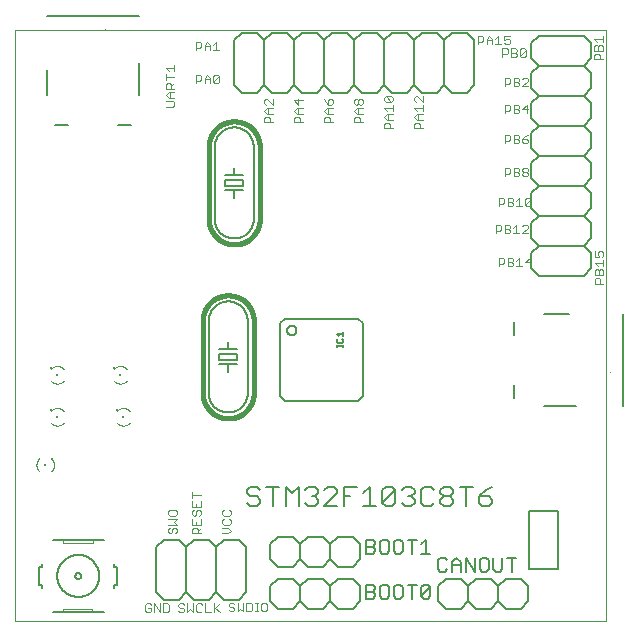
<source format=gto>
G75*
%MOIN*%
%OFA0B0*%
%FSLAX25Y25*%
%IPPOS*%
%LPD*%
%AMOC8*
5,1,8,0,0,1.08239X$1,22.5*
%
%ADD10C,0.00000*%
%ADD11C,0.00300*%
%ADD12C,0.00600*%
%ADD13C,0.00500*%
%ADD14C,0.00400*%
%ADD15R,0.00787X0.00787*%
%ADD16R,0.00984X0.00591*%
%ADD17R,0.00591X0.00984*%
%ADD18C,0.01600*%
%ADD19C,0.00200*%
D10*
X0002550Y0001000D02*
X0002550Y0197850D01*
X0199400Y0197850D01*
X0199400Y0001000D01*
X0002550Y0001000D01*
D11*
X0045860Y0004434D02*
X0046344Y0003950D01*
X0047312Y0003950D01*
X0047795Y0004434D01*
X0047795Y0005401D01*
X0046828Y0005401D01*
X0045860Y0006369D02*
X0045860Y0004434D01*
X0045860Y0006369D02*
X0046344Y0006852D01*
X0047312Y0006852D01*
X0047795Y0006369D01*
X0048807Y0006852D02*
X0050742Y0003950D01*
X0050742Y0006852D01*
X0051753Y0006852D02*
X0053205Y0006852D01*
X0053688Y0006369D01*
X0053688Y0004434D01*
X0053205Y0003950D01*
X0051753Y0003950D01*
X0051753Y0006852D01*
X0048807Y0006852D02*
X0048807Y0003950D01*
X0056967Y0004434D02*
X0057451Y0003950D01*
X0058419Y0003950D01*
X0058902Y0004434D01*
X0058902Y0004917D01*
X0058419Y0005401D01*
X0057451Y0005401D01*
X0056967Y0005885D01*
X0056967Y0006369D01*
X0057451Y0006852D01*
X0058419Y0006852D01*
X0058902Y0006369D01*
X0059914Y0006852D02*
X0059914Y0003950D01*
X0060881Y0004917D01*
X0061849Y0003950D01*
X0061849Y0006852D01*
X0062860Y0006369D02*
X0062860Y0004434D01*
X0063344Y0003950D01*
X0064312Y0003950D01*
X0064795Y0004434D01*
X0065807Y0003950D02*
X0067742Y0003950D01*
X0068753Y0003950D02*
X0068753Y0006852D01*
X0069237Y0005401D02*
X0070688Y0003950D01*
X0068753Y0004917D02*
X0070688Y0006852D01*
X0073700Y0006569D02*
X0073700Y0006085D01*
X0074184Y0005601D01*
X0075151Y0005601D01*
X0075635Y0005117D01*
X0075635Y0004634D01*
X0075151Y0004150D01*
X0074184Y0004150D01*
X0073700Y0004634D01*
X0073700Y0006569D02*
X0074184Y0007052D01*
X0075151Y0007052D01*
X0075635Y0006569D01*
X0076647Y0007052D02*
X0076647Y0004150D01*
X0077614Y0005117D01*
X0078581Y0004150D01*
X0078581Y0007052D01*
X0079593Y0007052D02*
X0081044Y0007052D01*
X0081528Y0006569D01*
X0081528Y0004634D01*
X0081044Y0004150D01*
X0079593Y0004150D01*
X0079593Y0007052D01*
X0082540Y0007052D02*
X0083507Y0007052D01*
X0083023Y0007052D02*
X0083023Y0004150D01*
X0082540Y0004150D02*
X0083507Y0004150D01*
X0084504Y0004634D02*
X0084988Y0004150D01*
X0085955Y0004150D01*
X0086439Y0004634D01*
X0086439Y0006569D01*
X0085955Y0007052D01*
X0084988Y0007052D01*
X0084504Y0006569D01*
X0084504Y0004634D01*
X0065807Y0003950D02*
X0065807Y0006852D01*
X0064795Y0006369D02*
X0064312Y0006852D01*
X0063344Y0006852D01*
X0062860Y0006369D01*
X0063433Y0030150D02*
X0063433Y0031601D01*
X0062949Y0032085D01*
X0061981Y0032085D01*
X0061498Y0031601D01*
X0061498Y0030150D01*
X0064400Y0030150D01*
X0063433Y0031117D02*
X0064400Y0032085D01*
X0064400Y0033097D02*
X0064400Y0035031D01*
X0063916Y0036043D02*
X0064400Y0036527D01*
X0064400Y0037494D01*
X0063916Y0037978D01*
X0063433Y0037978D01*
X0062949Y0037494D01*
X0062949Y0036527D01*
X0062465Y0036043D01*
X0061981Y0036043D01*
X0061498Y0036527D01*
X0061498Y0037494D01*
X0061981Y0037978D01*
X0061498Y0038990D02*
X0064400Y0038990D01*
X0064400Y0040925D01*
X0062949Y0039957D02*
X0062949Y0038990D01*
X0061498Y0038990D02*
X0061498Y0040925D01*
X0061498Y0041936D02*
X0061498Y0043871D01*
X0061498Y0042904D02*
X0064400Y0042904D01*
X0071498Y0037494D02*
X0071498Y0036527D01*
X0071981Y0036043D01*
X0073916Y0036043D01*
X0074400Y0036527D01*
X0074400Y0037494D01*
X0073916Y0037978D01*
X0071981Y0037978D02*
X0071498Y0037494D01*
X0071981Y0035031D02*
X0071498Y0034548D01*
X0071498Y0033580D01*
X0071981Y0033097D01*
X0073916Y0033097D01*
X0074400Y0033580D01*
X0074400Y0034548D01*
X0073916Y0035031D01*
X0073433Y0032085D02*
X0071498Y0032085D01*
X0073433Y0032085D02*
X0074400Y0031117D01*
X0073433Y0030150D01*
X0071498Y0030150D01*
X0064400Y0033097D02*
X0061498Y0033097D01*
X0061498Y0035031D01*
X0062949Y0034064D02*
X0062949Y0033097D01*
X0056400Y0033097D02*
X0055433Y0034064D01*
X0056400Y0035031D01*
X0053498Y0035031D01*
X0053981Y0036043D02*
X0055916Y0036043D01*
X0056400Y0036527D01*
X0056400Y0037494D01*
X0055916Y0037978D01*
X0053981Y0037978D01*
X0053498Y0037494D01*
X0053498Y0036527D01*
X0053981Y0036043D01*
X0053498Y0033097D02*
X0056400Y0033097D01*
X0055916Y0032085D02*
X0056400Y0031601D01*
X0056400Y0030634D01*
X0055916Y0030150D01*
X0054949Y0030634D02*
X0054949Y0031601D01*
X0055433Y0032085D01*
X0055916Y0032085D01*
X0054949Y0030634D02*
X0054465Y0030150D01*
X0053981Y0030150D01*
X0053498Y0030634D01*
X0053498Y0031601D01*
X0053981Y0032085D01*
X0163700Y0119150D02*
X0163700Y0122052D01*
X0165151Y0122052D01*
X0165635Y0121569D01*
X0165635Y0120601D01*
X0165151Y0120117D01*
X0163700Y0120117D01*
X0166647Y0120601D02*
X0168098Y0120601D01*
X0168581Y0120117D01*
X0168581Y0119634D01*
X0168098Y0119150D01*
X0166647Y0119150D01*
X0166647Y0122052D01*
X0168098Y0122052D01*
X0168581Y0121569D01*
X0168581Y0121085D01*
X0168098Y0120601D01*
X0169593Y0121085D02*
X0170561Y0122052D01*
X0170561Y0119150D01*
X0171528Y0119150D02*
X0169593Y0119150D01*
X0172540Y0120601D02*
X0174475Y0120601D01*
X0173991Y0119150D02*
X0173991Y0122052D01*
X0172540Y0120601D01*
X0173475Y0130150D02*
X0171540Y0130150D01*
X0173475Y0132085D01*
X0173475Y0132569D01*
X0172991Y0133052D01*
X0172023Y0133052D01*
X0171540Y0132569D01*
X0169561Y0133052D02*
X0169561Y0130150D01*
X0170528Y0130150D02*
X0168593Y0130150D01*
X0167581Y0130634D02*
X0167581Y0131117D01*
X0167098Y0131601D01*
X0165647Y0131601D01*
X0164635Y0131601D02*
X0164151Y0131117D01*
X0162700Y0131117D01*
X0162700Y0130150D02*
X0162700Y0133052D01*
X0164151Y0133052D01*
X0164635Y0132569D01*
X0164635Y0131601D01*
X0165647Y0130150D02*
X0165647Y0133052D01*
X0167098Y0133052D01*
X0167581Y0132569D01*
X0167581Y0132085D01*
X0167098Y0131601D01*
X0167581Y0130634D02*
X0167098Y0130150D01*
X0165647Y0130150D01*
X0168593Y0132085D02*
X0169561Y0133052D01*
X0169593Y0139150D02*
X0171528Y0139150D01*
X0170561Y0139150D02*
X0170561Y0142052D01*
X0169593Y0141085D01*
X0168581Y0141085D02*
X0168098Y0140601D01*
X0166647Y0140601D01*
X0165635Y0140601D02*
X0165635Y0141569D01*
X0165151Y0142052D01*
X0163700Y0142052D01*
X0163700Y0139150D01*
X0163700Y0140117D02*
X0165151Y0140117D01*
X0165635Y0140601D01*
X0166647Y0139150D02*
X0168098Y0139150D01*
X0168581Y0139634D01*
X0168581Y0140117D01*
X0168098Y0140601D01*
X0168581Y0141085D02*
X0168581Y0141569D01*
X0168098Y0142052D01*
X0166647Y0142052D01*
X0166647Y0139150D01*
X0172540Y0139634D02*
X0172540Y0141569D01*
X0173023Y0142052D01*
X0173991Y0142052D01*
X0174475Y0141569D01*
X0172540Y0139634D01*
X0173023Y0139150D01*
X0173991Y0139150D01*
X0174475Y0139634D01*
X0174475Y0141569D01*
X0173044Y0149150D02*
X0172077Y0149150D01*
X0171593Y0149634D01*
X0171593Y0150117D01*
X0172077Y0150601D01*
X0173044Y0150601D01*
X0173528Y0150117D01*
X0173528Y0149634D01*
X0173044Y0149150D01*
X0173044Y0150601D02*
X0173528Y0151085D01*
X0173528Y0151569D01*
X0173044Y0152052D01*
X0172077Y0152052D01*
X0171593Y0151569D01*
X0171593Y0151085D01*
X0172077Y0150601D01*
X0170581Y0150117D02*
X0170581Y0149634D01*
X0170098Y0149150D01*
X0168647Y0149150D01*
X0168647Y0152052D01*
X0170098Y0152052D01*
X0170581Y0151569D01*
X0170581Y0151085D01*
X0170098Y0150601D01*
X0168647Y0150601D01*
X0167635Y0150601D02*
X0167151Y0150117D01*
X0165700Y0150117D01*
X0165700Y0149150D02*
X0165700Y0152052D01*
X0167151Y0152052D01*
X0167635Y0151569D01*
X0167635Y0150601D01*
X0170098Y0150601D02*
X0170581Y0150117D01*
X0170098Y0160150D02*
X0168647Y0160150D01*
X0168647Y0163052D01*
X0170098Y0163052D01*
X0170581Y0162569D01*
X0170581Y0162085D01*
X0170098Y0161601D01*
X0168647Y0161601D01*
X0167635Y0161601D02*
X0167635Y0162569D01*
X0167151Y0163052D01*
X0165700Y0163052D01*
X0165700Y0160150D01*
X0165700Y0161117D02*
X0167151Y0161117D01*
X0167635Y0161601D01*
X0170098Y0161601D02*
X0170581Y0161117D01*
X0170581Y0160634D01*
X0170098Y0160150D01*
X0171593Y0160634D02*
X0172077Y0160150D01*
X0173044Y0160150D01*
X0173528Y0160634D01*
X0173528Y0161117D01*
X0173044Y0161601D01*
X0171593Y0161601D01*
X0171593Y0160634D01*
X0171593Y0161601D02*
X0172561Y0162569D01*
X0173528Y0163052D01*
X0173044Y0170150D02*
X0173044Y0173052D01*
X0171593Y0171601D01*
X0173528Y0171601D01*
X0170581Y0171117D02*
X0170581Y0170634D01*
X0170098Y0170150D01*
X0168647Y0170150D01*
X0168647Y0173052D01*
X0170098Y0173052D01*
X0170581Y0172569D01*
X0170581Y0172085D01*
X0170098Y0171601D01*
X0168647Y0171601D01*
X0167635Y0171601D02*
X0167151Y0171117D01*
X0165700Y0171117D01*
X0165700Y0170150D02*
X0165700Y0173052D01*
X0167151Y0173052D01*
X0167635Y0172569D01*
X0167635Y0171601D01*
X0170098Y0171601D02*
X0170581Y0171117D01*
X0170098Y0179150D02*
X0168647Y0179150D01*
X0168647Y0182052D01*
X0170098Y0182052D01*
X0170581Y0181569D01*
X0170581Y0181085D01*
X0170098Y0180601D01*
X0168647Y0180601D01*
X0167635Y0180601D02*
X0167635Y0181569D01*
X0167151Y0182052D01*
X0165700Y0182052D01*
X0165700Y0179150D01*
X0165700Y0180117D02*
X0167151Y0180117D01*
X0167635Y0180601D01*
X0170098Y0180601D02*
X0170581Y0180117D01*
X0170581Y0179634D01*
X0170098Y0179150D01*
X0171593Y0179150D02*
X0173528Y0181085D01*
X0173528Y0181569D01*
X0173044Y0182052D01*
X0172077Y0182052D01*
X0171593Y0181569D01*
X0171593Y0179150D02*
X0173528Y0179150D01*
X0172205Y0188950D02*
X0171237Y0188950D01*
X0170753Y0189434D01*
X0172688Y0191369D01*
X0172688Y0189434D01*
X0172205Y0188950D01*
X0170753Y0189434D02*
X0170753Y0191369D01*
X0171237Y0191852D01*
X0172205Y0191852D01*
X0172688Y0191369D01*
X0169742Y0191369D02*
X0169742Y0190885D01*
X0169258Y0190401D01*
X0167807Y0190401D01*
X0166795Y0190401D02*
X0166312Y0189917D01*
X0164860Y0189917D01*
X0164860Y0188950D02*
X0164860Y0191852D01*
X0166312Y0191852D01*
X0166795Y0191369D01*
X0166795Y0190401D01*
X0167807Y0188950D02*
X0169258Y0188950D01*
X0169742Y0189434D01*
X0169742Y0189917D01*
X0169258Y0190401D01*
X0169742Y0191369D02*
X0169258Y0191852D01*
X0167807Y0191852D01*
X0167807Y0188950D01*
X0166991Y0193150D02*
X0166023Y0193150D01*
X0165540Y0193634D01*
X0165540Y0194601D02*
X0166507Y0195085D01*
X0166991Y0195085D01*
X0167475Y0194601D01*
X0167475Y0193634D01*
X0166991Y0193150D01*
X0165540Y0194601D02*
X0165540Y0196052D01*
X0167475Y0196052D01*
X0163561Y0196052D02*
X0163561Y0193150D01*
X0164528Y0193150D02*
X0162593Y0193150D01*
X0161581Y0193150D02*
X0161581Y0195085D01*
X0160614Y0196052D01*
X0159647Y0195085D01*
X0159647Y0193150D01*
X0159647Y0194601D02*
X0161581Y0194601D01*
X0162593Y0195085D02*
X0163561Y0196052D01*
X0158635Y0195569D02*
X0158635Y0194601D01*
X0158151Y0194117D01*
X0156700Y0194117D01*
X0156700Y0193150D02*
X0156700Y0196052D01*
X0158151Y0196052D01*
X0158635Y0195569D01*
X0138400Y0175925D02*
X0138400Y0173990D01*
X0136465Y0175925D01*
X0135981Y0175925D01*
X0135498Y0175441D01*
X0135498Y0174473D01*
X0135981Y0173990D01*
X0135498Y0172011D02*
X0138400Y0172011D01*
X0138400Y0172978D02*
X0138400Y0171043D01*
X0138400Y0170031D02*
X0136465Y0170031D01*
X0135498Y0169064D01*
X0136465Y0168097D01*
X0138400Y0168097D01*
X0136949Y0168097D02*
X0136949Y0170031D01*
X0136465Y0171043D02*
X0135498Y0172011D01*
X0135981Y0167085D02*
X0136949Y0167085D01*
X0137433Y0166601D01*
X0137433Y0165150D01*
X0138400Y0165150D02*
X0135498Y0165150D01*
X0135498Y0166601D01*
X0135981Y0167085D01*
X0128400Y0168097D02*
X0126465Y0168097D01*
X0125498Y0169064D01*
X0126465Y0170031D01*
X0128400Y0170031D01*
X0128400Y0171043D02*
X0128400Y0172978D01*
X0128400Y0172011D02*
X0125498Y0172011D01*
X0126465Y0171043D01*
X0126949Y0170031D02*
X0126949Y0168097D01*
X0126949Y0167085D02*
X0127433Y0166601D01*
X0127433Y0165150D01*
X0128400Y0165150D02*
X0125498Y0165150D01*
X0125498Y0166601D01*
X0125981Y0167085D01*
X0126949Y0167085D01*
X0127916Y0173990D02*
X0125981Y0173990D01*
X0125498Y0174473D01*
X0125498Y0175441D01*
X0125981Y0175925D01*
X0127916Y0173990D01*
X0128400Y0174473D01*
X0128400Y0175441D01*
X0127916Y0175925D01*
X0125981Y0175925D01*
X0118400Y0174494D02*
X0118400Y0173527D01*
X0117916Y0173043D01*
X0117433Y0173043D01*
X0116949Y0173527D01*
X0116949Y0174494D01*
X0117433Y0174978D01*
X0117916Y0174978D01*
X0118400Y0174494D01*
X0116949Y0174494D02*
X0116465Y0174978D01*
X0115981Y0174978D01*
X0115498Y0174494D01*
X0115498Y0173527D01*
X0115981Y0173043D01*
X0116465Y0173043D01*
X0116949Y0173527D01*
X0116949Y0172031D02*
X0116949Y0170097D01*
X0116465Y0170097D02*
X0115498Y0171064D01*
X0116465Y0172031D01*
X0118400Y0172031D01*
X0118400Y0170097D02*
X0116465Y0170097D01*
X0115981Y0169085D02*
X0116949Y0169085D01*
X0117433Y0168601D01*
X0117433Y0167150D01*
X0118400Y0167150D02*
X0115498Y0167150D01*
X0115498Y0168601D01*
X0115981Y0169085D01*
X0108400Y0170097D02*
X0106465Y0170097D01*
X0105498Y0171064D01*
X0106465Y0172031D01*
X0108400Y0172031D01*
X0107916Y0173043D02*
X0106949Y0173043D01*
X0106949Y0174494D01*
X0107433Y0174978D01*
X0107916Y0174978D01*
X0108400Y0174494D01*
X0108400Y0173527D01*
X0107916Y0173043D01*
X0106949Y0173043D02*
X0105981Y0174011D01*
X0105498Y0174978D01*
X0106949Y0172031D02*
X0106949Y0170097D01*
X0106949Y0169085D02*
X0107433Y0168601D01*
X0107433Y0167150D01*
X0108400Y0167150D02*
X0105498Y0167150D01*
X0105498Y0168601D01*
X0105981Y0169085D01*
X0106949Y0169085D01*
X0098400Y0170097D02*
X0096465Y0170097D01*
X0095498Y0171064D01*
X0096465Y0172031D01*
X0098400Y0172031D01*
X0096949Y0172031D02*
X0096949Y0170097D01*
X0096949Y0169085D02*
X0097433Y0168601D01*
X0097433Y0167150D01*
X0098400Y0167150D02*
X0095498Y0167150D01*
X0095498Y0168601D01*
X0095981Y0169085D01*
X0096949Y0169085D01*
X0096949Y0173043D02*
X0095498Y0174494D01*
X0098400Y0174494D01*
X0096949Y0174978D02*
X0096949Y0173043D01*
X0088400Y0173043D02*
X0086465Y0174978D01*
X0085981Y0174978D01*
X0085498Y0174494D01*
X0085498Y0173527D01*
X0085981Y0173043D01*
X0086465Y0172031D02*
X0085498Y0171064D01*
X0086465Y0170097D01*
X0088400Y0170097D01*
X0086949Y0170097D02*
X0086949Y0172031D01*
X0086465Y0172031D02*
X0088400Y0172031D01*
X0088400Y0173043D02*
X0088400Y0174978D01*
X0086949Y0169085D02*
X0085981Y0169085D01*
X0085498Y0168601D01*
X0085498Y0167150D01*
X0088400Y0167150D01*
X0087433Y0167150D02*
X0087433Y0168601D01*
X0086949Y0169085D01*
X0070528Y0180634D02*
X0070044Y0180150D01*
X0069077Y0180150D01*
X0068593Y0180634D01*
X0070528Y0182569D01*
X0070528Y0180634D01*
X0070528Y0182569D02*
X0070044Y0183052D01*
X0069077Y0183052D01*
X0068593Y0182569D01*
X0068593Y0180634D01*
X0067581Y0180150D02*
X0067581Y0182085D01*
X0066614Y0183052D01*
X0065647Y0182085D01*
X0065647Y0180150D01*
X0065647Y0181601D02*
X0067581Y0181601D01*
X0064635Y0181601D02*
X0064151Y0181117D01*
X0062700Y0181117D01*
X0062700Y0180150D02*
X0062700Y0183052D01*
X0064151Y0183052D01*
X0064635Y0182569D01*
X0064635Y0181601D01*
X0055600Y0182224D02*
X0052698Y0182224D01*
X0052698Y0181257D02*
X0052698Y0183192D01*
X0053665Y0184203D02*
X0052698Y0185171D01*
X0055600Y0185171D01*
X0055600Y0186138D02*
X0055600Y0184203D01*
X0055600Y0180245D02*
X0054633Y0179278D01*
X0054633Y0179762D02*
X0054633Y0178310D01*
X0055600Y0178310D02*
X0052698Y0178310D01*
X0052698Y0179762D01*
X0053181Y0180245D01*
X0054149Y0180245D01*
X0054633Y0179762D01*
X0054149Y0177299D02*
X0054149Y0175364D01*
X0053665Y0175364D02*
X0052698Y0176331D01*
X0053665Y0177299D01*
X0055600Y0177299D01*
X0055600Y0175364D02*
X0053665Y0175364D01*
X0052698Y0174352D02*
X0055116Y0174352D01*
X0055600Y0173869D01*
X0055600Y0172901D01*
X0055116Y0172417D01*
X0052698Y0172417D01*
X0062700Y0191150D02*
X0062700Y0194052D01*
X0064151Y0194052D01*
X0064635Y0193569D01*
X0064635Y0192601D01*
X0064151Y0192117D01*
X0062700Y0192117D01*
X0065647Y0192601D02*
X0067581Y0192601D01*
X0067581Y0193085D02*
X0067581Y0191150D01*
X0068593Y0191150D02*
X0070528Y0191150D01*
X0069561Y0191150D02*
X0069561Y0194052D01*
X0068593Y0193085D01*
X0067581Y0193085D02*
X0066614Y0194052D01*
X0065647Y0193085D01*
X0065647Y0191150D01*
X0195498Y0191097D02*
X0195498Y0192548D01*
X0195981Y0193031D01*
X0196465Y0193031D01*
X0196949Y0192548D01*
X0196949Y0191097D01*
X0196949Y0190085D02*
X0197433Y0189601D01*
X0197433Y0188150D01*
X0198400Y0188150D02*
X0195498Y0188150D01*
X0195498Y0189601D01*
X0195981Y0190085D01*
X0196949Y0190085D01*
X0198400Y0191097D02*
X0198400Y0192548D01*
X0197916Y0193031D01*
X0197433Y0193031D01*
X0196949Y0192548D01*
X0196465Y0194043D02*
X0195498Y0195011D01*
X0198400Y0195011D01*
X0198400Y0195978D02*
X0198400Y0194043D01*
X0198400Y0191097D02*
X0195498Y0191097D01*
X0195698Y0124138D02*
X0195698Y0122203D01*
X0197149Y0122203D01*
X0196665Y0123171D01*
X0196665Y0123655D01*
X0197149Y0124138D01*
X0198116Y0124138D01*
X0198600Y0123655D01*
X0198600Y0122687D01*
X0198116Y0122203D01*
X0198600Y0121192D02*
X0198600Y0119257D01*
X0198600Y0120224D02*
X0195698Y0120224D01*
X0196665Y0119257D01*
X0196665Y0118245D02*
X0197149Y0117762D01*
X0197149Y0116310D01*
X0197149Y0115299D02*
X0197633Y0114815D01*
X0197633Y0113364D01*
X0198600Y0113364D02*
X0195698Y0113364D01*
X0195698Y0114815D01*
X0196181Y0115299D01*
X0197149Y0115299D01*
X0198600Y0116310D02*
X0198600Y0117762D01*
X0198116Y0118245D01*
X0197633Y0118245D01*
X0197149Y0117762D01*
X0196665Y0118245D02*
X0196181Y0118245D01*
X0195698Y0117762D01*
X0195698Y0116310D01*
X0198600Y0116310D01*
D12*
X0194550Y0118500D02*
X0192050Y0116000D01*
X0177050Y0116000D01*
X0174550Y0118500D01*
X0174550Y0123500D01*
X0177050Y0126000D01*
X0192050Y0126000D01*
X0194550Y0123500D01*
X0194550Y0118500D01*
X0192050Y0126000D02*
X0194550Y0128500D01*
X0194550Y0133500D01*
X0192050Y0136000D01*
X0177050Y0136000D01*
X0174550Y0133500D01*
X0174550Y0128500D01*
X0177050Y0126000D01*
X0177050Y0136000D02*
X0174550Y0138500D01*
X0174550Y0143500D01*
X0177050Y0146000D01*
X0192050Y0146000D01*
X0194550Y0143500D01*
X0194550Y0138500D01*
X0192050Y0136000D01*
X0192050Y0146000D02*
X0194550Y0148500D01*
X0194550Y0153500D01*
X0192050Y0156000D01*
X0177050Y0156000D01*
X0174550Y0153500D01*
X0174550Y0148500D01*
X0177050Y0146000D01*
X0177050Y0156000D02*
X0174550Y0158500D01*
X0174550Y0163500D01*
X0177050Y0166000D01*
X0192050Y0166000D01*
X0194550Y0163500D01*
X0194550Y0158500D01*
X0192050Y0156000D01*
X0192050Y0166000D02*
X0194550Y0168500D01*
X0194550Y0173500D01*
X0192050Y0176000D01*
X0177050Y0176000D01*
X0174550Y0173500D01*
X0174550Y0168500D01*
X0177050Y0166000D01*
X0177050Y0176000D02*
X0174550Y0178500D01*
X0174550Y0183500D01*
X0177050Y0186000D01*
X0192050Y0186000D01*
X0194550Y0183500D01*
X0194550Y0178500D01*
X0192050Y0176000D01*
X0192050Y0186000D02*
X0194550Y0188500D01*
X0194550Y0193500D01*
X0192050Y0196000D01*
X0177050Y0196000D01*
X0174550Y0193500D01*
X0174550Y0188500D01*
X0177050Y0186000D01*
X0155550Y0179500D02*
X0155550Y0194500D01*
X0153050Y0197000D01*
X0148050Y0197000D01*
X0145550Y0194500D01*
X0145550Y0179500D01*
X0148050Y0177000D01*
X0153050Y0177000D01*
X0155550Y0179500D01*
X0145550Y0179500D02*
X0143050Y0177000D01*
X0138050Y0177000D01*
X0135550Y0179500D01*
X0135550Y0194500D01*
X0138050Y0197000D01*
X0143050Y0197000D01*
X0145550Y0194500D01*
X0135550Y0194500D02*
X0133050Y0197000D01*
X0128050Y0197000D01*
X0125550Y0194500D01*
X0125550Y0179500D01*
X0128050Y0177000D01*
X0133050Y0177000D01*
X0135550Y0179500D01*
X0125550Y0179500D02*
X0123050Y0177000D01*
X0118050Y0177000D01*
X0115550Y0179500D01*
X0115550Y0194500D01*
X0118050Y0197000D01*
X0123050Y0197000D01*
X0125550Y0194500D01*
X0115550Y0194500D02*
X0113050Y0197000D01*
X0108050Y0197000D01*
X0105550Y0194500D01*
X0105550Y0179500D01*
X0108050Y0177000D01*
X0113050Y0177000D01*
X0115550Y0179500D01*
X0105550Y0179500D02*
X0103050Y0177000D01*
X0098050Y0177000D01*
X0095550Y0179500D01*
X0095550Y0194500D01*
X0098050Y0197000D01*
X0103050Y0197000D01*
X0105550Y0194500D01*
X0095550Y0194500D02*
X0093050Y0197000D01*
X0088050Y0197000D01*
X0085550Y0194500D01*
X0085550Y0179500D01*
X0088050Y0177000D01*
X0093050Y0177000D01*
X0095550Y0179500D01*
X0085550Y0179500D02*
X0083050Y0177000D01*
X0078050Y0177000D01*
X0075550Y0179500D01*
X0075550Y0194500D01*
X0078050Y0197000D01*
X0083050Y0197000D01*
X0085550Y0194500D01*
X0082050Y0159000D02*
X0082050Y0135000D01*
X0082048Y0134840D01*
X0082042Y0134681D01*
X0082032Y0134522D01*
X0082019Y0134363D01*
X0082001Y0134204D01*
X0081980Y0134046D01*
X0081954Y0133889D01*
X0081925Y0133732D01*
X0081892Y0133576D01*
X0081855Y0133421D01*
X0081815Y0133266D01*
X0081770Y0133113D01*
X0081722Y0132961D01*
X0081670Y0132810D01*
X0081614Y0132661D01*
X0081555Y0132513D01*
X0081492Y0132366D01*
X0081426Y0132221D01*
X0081356Y0132078D01*
X0081282Y0131936D01*
X0081206Y0131796D01*
X0081125Y0131658D01*
X0081042Y0131523D01*
X0080955Y0131389D01*
X0080864Y0131257D01*
X0080771Y0131128D01*
X0080674Y0131001D01*
X0080575Y0130876D01*
X0080472Y0130754D01*
X0080366Y0130635D01*
X0080258Y0130518D01*
X0080146Y0130404D01*
X0080032Y0130292D01*
X0079915Y0130184D01*
X0079796Y0130078D01*
X0079674Y0129975D01*
X0079549Y0129876D01*
X0079422Y0129779D01*
X0079293Y0129686D01*
X0079161Y0129595D01*
X0079027Y0129508D01*
X0078892Y0129425D01*
X0078754Y0129344D01*
X0078614Y0129268D01*
X0078472Y0129194D01*
X0078329Y0129124D01*
X0078184Y0129058D01*
X0078037Y0128995D01*
X0077889Y0128936D01*
X0077740Y0128880D01*
X0077589Y0128828D01*
X0077437Y0128780D01*
X0077284Y0128735D01*
X0077129Y0128695D01*
X0076974Y0128658D01*
X0076818Y0128625D01*
X0076661Y0128596D01*
X0076504Y0128570D01*
X0076346Y0128549D01*
X0076187Y0128531D01*
X0076028Y0128518D01*
X0075869Y0128508D01*
X0075710Y0128502D01*
X0075550Y0128500D01*
X0075390Y0128502D01*
X0075231Y0128508D01*
X0075072Y0128518D01*
X0074913Y0128531D01*
X0074754Y0128549D01*
X0074596Y0128570D01*
X0074439Y0128596D01*
X0074282Y0128625D01*
X0074126Y0128658D01*
X0073971Y0128695D01*
X0073816Y0128735D01*
X0073663Y0128780D01*
X0073511Y0128828D01*
X0073360Y0128880D01*
X0073211Y0128936D01*
X0073063Y0128995D01*
X0072916Y0129058D01*
X0072771Y0129124D01*
X0072628Y0129194D01*
X0072486Y0129268D01*
X0072346Y0129344D01*
X0072208Y0129425D01*
X0072073Y0129508D01*
X0071939Y0129595D01*
X0071807Y0129686D01*
X0071678Y0129779D01*
X0071551Y0129876D01*
X0071426Y0129975D01*
X0071304Y0130078D01*
X0071185Y0130184D01*
X0071068Y0130292D01*
X0070954Y0130404D01*
X0070842Y0130518D01*
X0070734Y0130635D01*
X0070628Y0130754D01*
X0070525Y0130876D01*
X0070426Y0131001D01*
X0070329Y0131128D01*
X0070236Y0131257D01*
X0070145Y0131389D01*
X0070058Y0131523D01*
X0069975Y0131658D01*
X0069894Y0131796D01*
X0069818Y0131936D01*
X0069744Y0132078D01*
X0069674Y0132221D01*
X0069608Y0132366D01*
X0069545Y0132513D01*
X0069486Y0132661D01*
X0069430Y0132810D01*
X0069378Y0132961D01*
X0069330Y0133113D01*
X0069285Y0133266D01*
X0069245Y0133421D01*
X0069208Y0133576D01*
X0069175Y0133732D01*
X0069146Y0133889D01*
X0069120Y0134046D01*
X0069099Y0134204D01*
X0069081Y0134363D01*
X0069068Y0134522D01*
X0069058Y0134681D01*
X0069052Y0134840D01*
X0069050Y0135000D01*
X0069050Y0159000D01*
X0069052Y0159160D01*
X0069058Y0159319D01*
X0069068Y0159478D01*
X0069081Y0159637D01*
X0069099Y0159796D01*
X0069120Y0159954D01*
X0069146Y0160111D01*
X0069175Y0160268D01*
X0069208Y0160424D01*
X0069245Y0160579D01*
X0069285Y0160734D01*
X0069330Y0160887D01*
X0069378Y0161039D01*
X0069430Y0161190D01*
X0069486Y0161339D01*
X0069545Y0161487D01*
X0069608Y0161634D01*
X0069674Y0161779D01*
X0069744Y0161922D01*
X0069818Y0162064D01*
X0069894Y0162204D01*
X0069975Y0162342D01*
X0070058Y0162477D01*
X0070145Y0162611D01*
X0070236Y0162743D01*
X0070329Y0162872D01*
X0070426Y0162999D01*
X0070525Y0163124D01*
X0070628Y0163246D01*
X0070734Y0163365D01*
X0070842Y0163482D01*
X0070954Y0163596D01*
X0071068Y0163708D01*
X0071185Y0163816D01*
X0071304Y0163922D01*
X0071426Y0164025D01*
X0071551Y0164124D01*
X0071678Y0164221D01*
X0071807Y0164314D01*
X0071939Y0164405D01*
X0072073Y0164492D01*
X0072208Y0164575D01*
X0072346Y0164656D01*
X0072486Y0164732D01*
X0072628Y0164806D01*
X0072771Y0164876D01*
X0072916Y0164942D01*
X0073063Y0165005D01*
X0073211Y0165064D01*
X0073360Y0165120D01*
X0073511Y0165172D01*
X0073663Y0165220D01*
X0073816Y0165265D01*
X0073971Y0165305D01*
X0074126Y0165342D01*
X0074282Y0165375D01*
X0074439Y0165404D01*
X0074596Y0165430D01*
X0074754Y0165451D01*
X0074913Y0165469D01*
X0075072Y0165482D01*
X0075231Y0165492D01*
X0075390Y0165498D01*
X0075550Y0165500D01*
X0075710Y0165498D01*
X0075869Y0165492D01*
X0076028Y0165482D01*
X0076187Y0165469D01*
X0076346Y0165451D01*
X0076504Y0165430D01*
X0076661Y0165404D01*
X0076818Y0165375D01*
X0076974Y0165342D01*
X0077129Y0165305D01*
X0077284Y0165265D01*
X0077437Y0165220D01*
X0077589Y0165172D01*
X0077740Y0165120D01*
X0077889Y0165064D01*
X0078037Y0165005D01*
X0078184Y0164942D01*
X0078329Y0164876D01*
X0078472Y0164806D01*
X0078614Y0164732D01*
X0078754Y0164656D01*
X0078892Y0164575D01*
X0079027Y0164492D01*
X0079161Y0164405D01*
X0079293Y0164314D01*
X0079422Y0164221D01*
X0079549Y0164124D01*
X0079674Y0164025D01*
X0079796Y0163922D01*
X0079915Y0163816D01*
X0080032Y0163708D01*
X0080146Y0163596D01*
X0080258Y0163482D01*
X0080366Y0163365D01*
X0080472Y0163246D01*
X0080575Y0163124D01*
X0080674Y0162999D01*
X0080771Y0162872D01*
X0080864Y0162743D01*
X0080955Y0162611D01*
X0081042Y0162477D01*
X0081125Y0162342D01*
X0081206Y0162204D01*
X0081282Y0162064D01*
X0081356Y0161922D01*
X0081426Y0161779D01*
X0081492Y0161634D01*
X0081555Y0161487D01*
X0081614Y0161339D01*
X0081670Y0161190D01*
X0081722Y0161039D01*
X0081770Y0160887D01*
X0081815Y0160734D01*
X0081855Y0160579D01*
X0081892Y0160424D01*
X0081925Y0160268D01*
X0081954Y0160111D01*
X0081980Y0159954D01*
X0082001Y0159796D01*
X0082019Y0159637D01*
X0082032Y0159478D01*
X0082042Y0159319D01*
X0082048Y0159160D01*
X0082050Y0159000D01*
X0075550Y0152000D02*
X0075550Y0149500D01*
X0072550Y0149500D01*
X0072550Y0148000D02*
X0078550Y0148000D01*
X0078550Y0146000D01*
X0072550Y0146000D01*
X0072550Y0148000D01*
X0075550Y0149500D02*
X0078550Y0149500D01*
X0078550Y0144500D02*
X0075550Y0144500D01*
X0075550Y0142000D01*
X0075550Y0144500D02*
X0072550Y0144500D01*
X0067050Y0101000D02*
X0067052Y0101160D01*
X0067058Y0101319D01*
X0067068Y0101478D01*
X0067081Y0101637D01*
X0067099Y0101796D01*
X0067120Y0101954D01*
X0067146Y0102111D01*
X0067175Y0102268D01*
X0067208Y0102424D01*
X0067245Y0102579D01*
X0067285Y0102734D01*
X0067330Y0102887D01*
X0067378Y0103039D01*
X0067430Y0103190D01*
X0067486Y0103339D01*
X0067545Y0103487D01*
X0067608Y0103634D01*
X0067674Y0103779D01*
X0067744Y0103922D01*
X0067818Y0104064D01*
X0067894Y0104204D01*
X0067975Y0104342D01*
X0068058Y0104477D01*
X0068145Y0104611D01*
X0068236Y0104743D01*
X0068329Y0104872D01*
X0068426Y0104999D01*
X0068525Y0105124D01*
X0068628Y0105246D01*
X0068734Y0105365D01*
X0068842Y0105482D01*
X0068954Y0105596D01*
X0069068Y0105708D01*
X0069185Y0105816D01*
X0069304Y0105922D01*
X0069426Y0106025D01*
X0069551Y0106124D01*
X0069678Y0106221D01*
X0069807Y0106314D01*
X0069939Y0106405D01*
X0070073Y0106492D01*
X0070208Y0106575D01*
X0070346Y0106656D01*
X0070486Y0106732D01*
X0070628Y0106806D01*
X0070771Y0106876D01*
X0070916Y0106942D01*
X0071063Y0107005D01*
X0071211Y0107064D01*
X0071360Y0107120D01*
X0071511Y0107172D01*
X0071663Y0107220D01*
X0071816Y0107265D01*
X0071971Y0107305D01*
X0072126Y0107342D01*
X0072282Y0107375D01*
X0072439Y0107404D01*
X0072596Y0107430D01*
X0072754Y0107451D01*
X0072913Y0107469D01*
X0073072Y0107482D01*
X0073231Y0107492D01*
X0073390Y0107498D01*
X0073550Y0107500D01*
X0073710Y0107498D01*
X0073869Y0107492D01*
X0074028Y0107482D01*
X0074187Y0107469D01*
X0074346Y0107451D01*
X0074504Y0107430D01*
X0074661Y0107404D01*
X0074818Y0107375D01*
X0074974Y0107342D01*
X0075129Y0107305D01*
X0075284Y0107265D01*
X0075437Y0107220D01*
X0075589Y0107172D01*
X0075740Y0107120D01*
X0075889Y0107064D01*
X0076037Y0107005D01*
X0076184Y0106942D01*
X0076329Y0106876D01*
X0076472Y0106806D01*
X0076614Y0106732D01*
X0076754Y0106656D01*
X0076892Y0106575D01*
X0077027Y0106492D01*
X0077161Y0106405D01*
X0077293Y0106314D01*
X0077422Y0106221D01*
X0077549Y0106124D01*
X0077674Y0106025D01*
X0077796Y0105922D01*
X0077915Y0105816D01*
X0078032Y0105708D01*
X0078146Y0105596D01*
X0078258Y0105482D01*
X0078366Y0105365D01*
X0078472Y0105246D01*
X0078575Y0105124D01*
X0078674Y0104999D01*
X0078771Y0104872D01*
X0078864Y0104743D01*
X0078955Y0104611D01*
X0079042Y0104477D01*
X0079125Y0104342D01*
X0079206Y0104204D01*
X0079282Y0104064D01*
X0079356Y0103922D01*
X0079426Y0103779D01*
X0079492Y0103634D01*
X0079555Y0103487D01*
X0079614Y0103339D01*
X0079670Y0103190D01*
X0079722Y0103039D01*
X0079770Y0102887D01*
X0079815Y0102734D01*
X0079855Y0102579D01*
X0079892Y0102424D01*
X0079925Y0102268D01*
X0079954Y0102111D01*
X0079980Y0101954D01*
X0080001Y0101796D01*
X0080019Y0101637D01*
X0080032Y0101478D01*
X0080042Y0101319D01*
X0080048Y0101160D01*
X0080050Y0101000D01*
X0080050Y0077000D01*
X0080048Y0076840D01*
X0080042Y0076681D01*
X0080032Y0076522D01*
X0080019Y0076363D01*
X0080001Y0076204D01*
X0079980Y0076046D01*
X0079954Y0075889D01*
X0079925Y0075732D01*
X0079892Y0075576D01*
X0079855Y0075421D01*
X0079815Y0075266D01*
X0079770Y0075113D01*
X0079722Y0074961D01*
X0079670Y0074810D01*
X0079614Y0074661D01*
X0079555Y0074513D01*
X0079492Y0074366D01*
X0079426Y0074221D01*
X0079356Y0074078D01*
X0079282Y0073936D01*
X0079206Y0073796D01*
X0079125Y0073658D01*
X0079042Y0073523D01*
X0078955Y0073389D01*
X0078864Y0073257D01*
X0078771Y0073128D01*
X0078674Y0073001D01*
X0078575Y0072876D01*
X0078472Y0072754D01*
X0078366Y0072635D01*
X0078258Y0072518D01*
X0078146Y0072404D01*
X0078032Y0072292D01*
X0077915Y0072184D01*
X0077796Y0072078D01*
X0077674Y0071975D01*
X0077549Y0071876D01*
X0077422Y0071779D01*
X0077293Y0071686D01*
X0077161Y0071595D01*
X0077027Y0071508D01*
X0076892Y0071425D01*
X0076754Y0071344D01*
X0076614Y0071268D01*
X0076472Y0071194D01*
X0076329Y0071124D01*
X0076184Y0071058D01*
X0076037Y0070995D01*
X0075889Y0070936D01*
X0075740Y0070880D01*
X0075589Y0070828D01*
X0075437Y0070780D01*
X0075284Y0070735D01*
X0075129Y0070695D01*
X0074974Y0070658D01*
X0074818Y0070625D01*
X0074661Y0070596D01*
X0074504Y0070570D01*
X0074346Y0070549D01*
X0074187Y0070531D01*
X0074028Y0070518D01*
X0073869Y0070508D01*
X0073710Y0070502D01*
X0073550Y0070500D01*
X0073390Y0070502D01*
X0073231Y0070508D01*
X0073072Y0070518D01*
X0072913Y0070531D01*
X0072754Y0070549D01*
X0072596Y0070570D01*
X0072439Y0070596D01*
X0072282Y0070625D01*
X0072126Y0070658D01*
X0071971Y0070695D01*
X0071816Y0070735D01*
X0071663Y0070780D01*
X0071511Y0070828D01*
X0071360Y0070880D01*
X0071211Y0070936D01*
X0071063Y0070995D01*
X0070916Y0071058D01*
X0070771Y0071124D01*
X0070628Y0071194D01*
X0070486Y0071268D01*
X0070346Y0071344D01*
X0070208Y0071425D01*
X0070073Y0071508D01*
X0069939Y0071595D01*
X0069807Y0071686D01*
X0069678Y0071779D01*
X0069551Y0071876D01*
X0069426Y0071975D01*
X0069304Y0072078D01*
X0069185Y0072184D01*
X0069068Y0072292D01*
X0068954Y0072404D01*
X0068842Y0072518D01*
X0068734Y0072635D01*
X0068628Y0072754D01*
X0068525Y0072876D01*
X0068426Y0073001D01*
X0068329Y0073128D01*
X0068236Y0073257D01*
X0068145Y0073389D01*
X0068058Y0073523D01*
X0067975Y0073658D01*
X0067894Y0073796D01*
X0067818Y0073936D01*
X0067744Y0074078D01*
X0067674Y0074221D01*
X0067608Y0074366D01*
X0067545Y0074513D01*
X0067486Y0074661D01*
X0067430Y0074810D01*
X0067378Y0074961D01*
X0067330Y0075113D01*
X0067285Y0075266D01*
X0067245Y0075421D01*
X0067208Y0075576D01*
X0067175Y0075732D01*
X0067146Y0075889D01*
X0067120Y0076046D01*
X0067099Y0076204D01*
X0067081Y0076363D01*
X0067068Y0076522D01*
X0067058Y0076681D01*
X0067052Y0076840D01*
X0067050Y0077000D01*
X0067050Y0101000D01*
X0073550Y0094000D02*
X0073550Y0091500D01*
X0076550Y0091500D01*
X0076550Y0090000D02*
X0076550Y0088000D01*
X0070550Y0088000D01*
X0070550Y0090000D01*
X0076550Y0090000D01*
X0073550Y0091500D02*
X0070550Y0091500D01*
X0070550Y0086500D02*
X0073550Y0086500D01*
X0073550Y0084000D01*
X0073550Y0086500D02*
X0076550Y0086500D01*
X0090770Y0075795D02*
X0090770Y0100205D01*
X0092345Y0101780D01*
X0116755Y0101780D01*
X0118330Y0100205D01*
X0118330Y0075795D01*
X0116755Y0074220D01*
X0092345Y0074220D01*
X0090770Y0075795D01*
X0109848Y0092161D02*
X0109848Y0092795D01*
X0109848Y0092478D02*
X0111750Y0092478D01*
X0111750Y0092161D02*
X0111750Y0092795D01*
X0111433Y0093696D02*
X0111750Y0094013D01*
X0111750Y0094647D01*
X0111433Y0094964D01*
X0111750Y0095998D02*
X0111750Y0097266D01*
X0111750Y0096632D02*
X0109848Y0096632D01*
X0110482Y0095998D01*
X0110165Y0094964D02*
X0109848Y0094647D01*
X0109848Y0094013D01*
X0110165Y0093696D01*
X0111433Y0093696D01*
X0093132Y0097843D02*
X0093134Y0097922D01*
X0093140Y0098001D01*
X0093150Y0098080D01*
X0093164Y0098158D01*
X0093181Y0098235D01*
X0093203Y0098311D01*
X0093228Y0098386D01*
X0093258Y0098459D01*
X0093290Y0098531D01*
X0093327Y0098602D01*
X0093367Y0098670D01*
X0093410Y0098736D01*
X0093456Y0098800D01*
X0093506Y0098862D01*
X0093559Y0098921D01*
X0093614Y0098977D01*
X0093673Y0099031D01*
X0093734Y0099081D01*
X0093797Y0099129D01*
X0093863Y0099173D01*
X0093931Y0099214D01*
X0094001Y0099251D01*
X0094072Y0099285D01*
X0094146Y0099315D01*
X0094220Y0099341D01*
X0094296Y0099363D01*
X0094373Y0099382D01*
X0094451Y0099397D01*
X0094529Y0099408D01*
X0094608Y0099415D01*
X0094687Y0099418D01*
X0094766Y0099417D01*
X0094845Y0099412D01*
X0094924Y0099403D01*
X0095002Y0099390D01*
X0095079Y0099373D01*
X0095156Y0099353D01*
X0095231Y0099328D01*
X0095305Y0099300D01*
X0095378Y0099268D01*
X0095448Y0099233D01*
X0095517Y0099194D01*
X0095584Y0099151D01*
X0095649Y0099105D01*
X0095711Y0099057D01*
X0095771Y0099005D01*
X0095828Y0098950D01*
X0095882Y0098892D01*
X0095933Y0098832D01*
X0095981Y0098769D01*
X0096026Y0098704D01*
X0096068Y0098636D01*
X0096106Y0098567D01*
X0096140Y0098496D01*
X0096171Y0098423D01*
X0096199Y0098348D01*
X0096222Y0098273D01*
X0096242Y0098196D01*
X0096258Y0098119D01*
X0096270Y0098040D01*
X0096278Y0097962D01*
X0096282Y0097883D01*
X0096282Y0097803D01*
X0096278Y0097724D01*
X0096270Y0097646D01*
X0096258Y0097567D01*
X0096242Y0097490D01*
X0096222Y0097413D01*
X0096199Y0097338D01*
X0096171Y0097263D01*
X0096140Y0097190D01*
X0096106Y0097119D01*
X0096068Y0097050D01*
X0096026Y0096982D01*
X0095981Y0096917D01*
X0095933Y0096854D01*
X0095882Y0096794D01*
X0095828Y0096736D01*
X0095771Y0096681D01*
X0095711Y0096629D01*
X0095649Y0096581D01*
X0095584Y0096535D01*
X0095517Y0096492D01*
X0095448Y0096453D01*
X0095378Y0096418D01*
X0095305Y0096386D01*
X0095231Y0096358D01*
X0095156Y0096333D01*
X0095079Y0096313D01*
X0095002Y0096296D01*
X0094924Y0096283D01*
X0094845Y0096274D01*
X0094766Y0096269D01*
X0094687Y0096268D01*
X0094608Y0096271D01*
X0094529Y0096278D01*
X0094451Y0096289D01*
X0094373Y0096304D01*
X0094296Y0096323D01*
X0094220Y0096345D01*
X0094146Y0096371D01*
X0094072Y0096401D01*
X0094001Y0096435D01*
X0093931Y0096472D01*
X0093863Y0096513D01*
X0093797Y0096557D01*
X0093734Y0096605D01*
X0093673Y0096655D01*
X0093614Y0096709D01*
X0093559Y0096765D01*
X0093506Y0096824D01*
X0093456Y0096886D01*
X0093410Y0096950D01*
X0093367Y0097016D01*
X0093327Y0097084D01*
X0093290Y0097155D01*
X0093258Y0097227D01*
X0093228Y0097300D01*
X0093203Y0097375D01*
X0093181Y0097451D01*
X0093164Y0097528D01*
X0093150Y0097606D01*
X0093140Y0097685D01*
X0093134Y0097764D01*
X0093132Y0097843D01*
X0092741Y0045705D02*
X0094876Y0043570D01*
X0097011Y0045705D01*
X0097011Y0039300D01*
X0099186Y0040368D02*
X0100254Y0039300D01*
X0102389Y0039300D01*
X0103457Y0040368D01*
X0103457Y0041435D01*
X0102389Y0042503D01*
X0101322Y0042503D01*
X0102389Y0042503D02*
X0103457Y0043570D01*
X0103457Y0044638D01*
X0102389Y0045705D01*
X0100254Y0045705D01*
X0099186Y0044638D01*
X0105632Y0044638D02*
X0106700Y0045705D01*
X0108835Y0045705D01*
X0109902Y0044638D01*
X0109902Y0043570D01*
X0105632Y0039300D01*
X0109902Y0039300D01*
X0112077Y0039300D02*
X0112077Y0045705D01*
X0116348Y0045705D01*
X0118523Y0043570D02*
X0120658Y0045705D01*
X0120658Y0039300D01*
X0118523Y0039300D02*
X0122793Y0039300D01*
X0124968Y0040368D02*
X0129239Y0044638D01*
X0129239Y0040368D01*
X0128171Y0039300D01*
X0126036Y0039300D01*
X0124968Y0040368D01*
X0124968Y0044638D01*
X0126036Y0045705D01*
X0128171Y0045705D01*
X0129239Y0044638D01*
X0131414Y0044638D02*
X0132482Y0045705D01*
X0134617Y0045705D01*
X0135684Y0044638D01*
X0135684Y0043570D01*
X0134617Y0042503D01*
X0135684Y0041435D01*
X0135684Y0040368D01*
X0134617Y0039300D01*
X0132482Y0039300D01*
X0131414Y0040368D01*
X0133549Y0042503D02*
X0134617Y0042503D01*
X0137859Y0044638D02*
X0137859Y0040368D01*
X0138927Y0039300D01*
X0141062Y0039300D01*
X0142130Y0040368D01*
X0144305Y0040368D02*
X0144305Y0041435D01*
X0145373Y0042503D01*
X0147508Y0042503D01*
X0148575Y0041435D01*
X0148575Y0040368D01*
X0147508Y0039300D01*
X0145373Y0039300D01*
X0144305Y0040368D01*
X0145373Y0042503D02*
X0144305Y0043570D01*
X0144305Y0044638D01*
X0145373Y0045705D01*
X0147508Y0045705D01*
X0148575Y0044638D01*
X0148575Y0043570D01*
X0147508Y0042503D01*
X0150750Y0045705D02*
X0155021Y0045705D01*
X0152886Y0045705D02*
X0152886Y0039300D01*
X0157196Y0040368D02*
X0157196Y0042503D01*
X0160399Y0042503D01*
X0161466Y0041435D01*
X0161466Y0040368D01*
X0160399Y0039300D01*
X0158264Y0039300D01*
X0157196Y0040368D01*
X0157196Y0042503D02*
X0159331Y0044638D01*
X0161466Y0045705D01*
X0142130Y0044638D02*
X0141062Y0045705D01*
X0138927Y0045705D01*
X0137859Y0044638D01*
X0117550Y0026500D02*
X0117550Y0021500D01*
X0115050Y0019000D01*
X0110050Y0019000D01*
X0107550Y0021500D01*
X0105050Y0019000D01*
X0100050Y0019000D01*
X0097550Y0021500D01*
X0095050Y0019000D01*
X0090050Y0019000D01*
X0087550Y0021500D01*
X0087550Y0026500D01*
X0090050Y0029000D01*
X0095050Y0029000D01*
X0097550Y0026500D01*
X0100050Y0029000D01*
X0105050Y0029000D01*
X0107550Y0026500D01*
X0110050Y0029000D01*
X0115050Y0029000D01*
X0117550Y0026500D01*
X0107550Y0026500D02*
X0107550Y0021500D01*
X0105050Y0015000D02*
X0107550Y0012500D01*
X0110050Y0015000D01*
X0115050Y0015000D01*
X0117550Y0012500D01*
X0117550Y0007500D01*
X0115050Y0005000D01*
X0110050Y0005000D01*
X0107550Y0007500D01*
X0105050Y0005000D01*
X0100050Y0005000D01*
X0097550Y0007500D01*
X0095050Y0005000D01*
X0090050Y0005000D01*
X0087550Y0007500D01*
X0087550Y0012500D01*
X0090050Y0015000D01*
X0095050Y0015000D01*
X0097550Y0012500D01*
X0100050Y0015000D01*
X0105050Y0015000D01*
X0107550Y0012500D02*
X0107550Y0007500D01*
X0097550Y0007500D02*
X0097550Y0012500D01*
X0097550Y0021500D02*
X0097550Y0026500D01*
X0092741Y0039300D02*
X0092741Y0045705D01*
X0090566Y0045705D02*
X0086295Y0045705D01*
X0088431Y0045705D02*
X0088431Y0039300D01*
X0084120Y0040368D02*
X0083053Y0039300D01*
X0080918Y0039300D01*
X0079850Y0040368D01*
X0080918Y0042503D02*
X0079850Y0043570D01*
X0079850Y0044638D01*
X0080918Y0045705D01*
X0083053Y0045705D01*
X0084120Y0044638D01*
X0083053Y0042503D02*
X0080918Y0042503D01*
X0083053Y0042503D02*
X0084120Y0041435D01*
X0084120Y0040368D01*
X0077050Y0028000D02*
X0072050Y0028000D01*
X0069550Y0025500D01*
X0069550Y0010500D01*
X0067050Y0008000D01*
X0062050Y0008000D01*
X0059550Y0010500D01*
X0057050Y0008000D01*
X0052050Y0008000D01*
X0049550Y0010500D01*
X0049550Y0025500D01*
X0052050Y0028000D01*
X0057050Y0028000D01*
X0059550Y0025500D01*
X0059550Y0010500D01*
X0069550Y0010500D02*
X0072050Y0008000D01*
X0077050Y0008000D01*
X0079550Y0010500D01*
X0079550Y0025500D01*
X0077050Y0028000D01*
X0069550Y0025500D02*
X0067050Y0028000D01*
X0062050Y0028000D01*
X0059550Y0025500D01*
X0036550Y0019000D02*
X0036550Y0013000D01*
X0035550Y0013000D01*
X0035550Y0012000D01*
X0035550Y0019000D02*
X0035550Y0020000D01*
X0035550Y0019000D02*
X0036550Y0019000D01*
X0032050Y0028000D02*
X0028550Y0028000D01*
X0018550Y0028000D01*
X0015050Y0028000D01*
X0011550Y0020000D02*
X0011550Y0019000D01*
X0010550Y0019000D01*
X0010550Y0013000D01*
X0011550Y0013000D01*
X0011550Y0012000D01*
X0015050Y0004000D02*
X0018550Y0004000D01*
X0028050Y0004000D01*
X0032050Y0004000D01*
X0022550Y0016000D02*
X0022552Y0016063D01*
X0022558Y0016125D01*
X0022568Y0016187D01*
X0022581Y0016249D01*
X0022599Y0016309D01*
X0022620Y0016368D01*
X0022645Y0016426D01*
X0022674Y0016482D01*
X0022706Y0016536D01*
X0022741Y0016588D01*
X0022779Y0016637D01*
X0022821Y0016685D01*
X0022865Y0016729D01*
X0022913Y0016771D01*
X0022962Y0016809D01*
X0023014Y0016844D01*
X0023068Y0016876D01*
X0023124Y0016905D01*
X0023182Y0016930D01*
X0023241Y0016951D01*
X0023301Y0016969D01*
X0023363Y0016982D01*
X0023425Y0016992D01*
X0023487Y0016998D01*
X0023550Y0017000D01*
X0023613Y0016998D01*
X0023675Y0016992D01*
X0023737Y0016982D01*
X0023799Y0016969D01*
X0023859Y0016951D01*
X0023918Y0016930D01*
X0023976Y0016905D01*
X0024032Y0016876D01*
X0024086Y0016844D01*
X0024138Y0016809D01*
X0024187Y0016771D01*
X0024235Y0016729D01*
X0024279Y0016685D01*
X0024321Y0016637D01*
X0024359Y0016588D01*
X0024394Y0016536D01*
X0024426Y0016482D01*
X0024455Y0016426D01*
X0024480Y0016368D01*
X0024501Y0016309D01*
X0024519Y0016249D01*
X0024532Y0016187D01*
X0024542Y0016125D01*
X0024548Y0016063D01*
X0024550Y0016000D01*
X0024548Y0015937D01*
X0024542Y0015875D01*
X0024532Y0015813D01*
X0024519Y0015751D01*
X0024501Y0015691D01*
X0024480Y0015632D01*
X0024455Y0015574D01*
X0024426Y0015518D01*
X0024394Y0015464D01*
X0024359Y0015412D01*
X0024321Y0015363D01*
X0024279Y0015315D01*
X0024235Y0015271D01*
X0024187Y0015229D01*
X0024138Y0015191D01*
X0024086Y0015156D01*
X0024032Y0015124D01*
X0023976Y0015095D01*
X0023918Y0015070D01*
X0023859Y0015049D01*
X0023799Y0015031D01*
X0023737Y0015018D01*
X0023675Y0015008D01*
X0023613Y0015002D01*
X0023550Y0015000D01*
X0023487Y0015002D01*
X0023425Y0015008D01*
X0023363Y0015018D01*
X0023301Y0015031D01*
X0023241Y0015049D01*
X0023182Y0015070D01*
X0023124Y0015095D01*
X0023068Y0015124D01*
X0023014Y0015156D01*
X0022962Y0015191D01*
X0022913Y0015229D01*
X0022865Y0015271D01*
X0022821Y0015315D01*
X0022779Y0015363D01*
X0022741Y0015412D01*
X0022706Y0015464D01*
X0022674Y0015518D01*
X0022645Y0015574D01*
X0022620Y0015632D01*
X0022599Y0015691D01*
X0022581Y0015751D01*
X0022568Y0015813D01*
X0022558Y0015875D01*
X0022552Y0015937D01*
X0022550Y0016000D01*
X0016550Y0016000D02*
X0016552Y0016172D01*
X0016558Y0016343D01*
X0016569Y0016515D01*
X0016584Y0016686D01*
X0016603Y0016857D01*
X0016626Y0017027D01*
X0016653Y0017197D01*
X0016685Y0017366D01*
X0016720Y0017534D01*
X0016760Y0017701D01*
X0016804Y0017867D01*
X0016851Y0018032D01*
X0016903Y0018196D01*
X0016959Y0018358D01*
X0017019Y0018519D01*
X0017083Y0018679D01*
X0017151Y0018837D01*
X0017222Y0018993D01*
X0017297Y0019147D01*
X0017377Y0019300D01*
X0017459Y0019450D01*
X0017546Y0019599D01*
X0017636Y0019745D01*
X0017730Y0019889D01*
X0017827Y0020031D01*
X0017928Y0020170D01*
X0018032Y0020307D01*
X0018139Y0020441D01*
X0018250Y0020572D01*
X0018363Y0020701D01*
X0018480Y0020827D01*
X0018600Y0020950D01*
X0018723Y0021070D01*
X0018849Y0021187D01*
X0018978Y0021300D01*
X0019109Y0021411D01*
X0019243Y0021518D01*
X0019380Y0021622D01*
X0019519Y0021723D01*
X0019661Y0021820D01*
X0019805Y0021914D01*
X0019951Y0022004D01*
X0020100Y0022091D01*
X0020250Y0022173D01*
X0020403Y0022253D01*
X0020557Y0022328D01*
X0020713Y0022399D01*
X0020871Y0022467D01*
X0021031Y0022531D01*
X0021192Y0022591D01*
X0021354Y0022647D01*
X0021518Y0022699D01*
X0021683Y0022746D01*
X0021849Y0022790D01*
X0022016Y0022830D01*
X0022184Y0022865D01*
X0022353Y0022897D01*
X0022523Y0022924D01*
X0022693Y0022947D01*
X0022864Y0022966D01*
X0023035Y0022981D01*
X0023207Y0022992D01*
X0023378Y0022998D01*
X0023550Y0023000D01*
X0023722Y0022998D01*
X0023893Y0022992D01*
X0024065Y0022981D01*
X0024236Y0022966D01*
X0024407Y0022947D01*
X0024577Y0022924D01*
X0024747Y0022897D01*
X0024916Y0022865D01*
X0025084Y0022830D01*
X0025251Y0022790D01*
X0025417Y0022746D01*
X0025582Y0022699D01*
X0025746Y0022647D01*
X0025908Y0022591D01*
X0026069Y0022531D01*
X0026229Y0022467D01*
X0026387Y0022399D01*
X0026543Y0022328D01*
X0026697Y0022253D01*
X0026850Y0022173D01*
X0027000Y0022091D01*
X0027149Y0022004D01*
X0027295Y0021914D01*
X0027439Y0021820D01*
X0027581Y0021723D01*
X0027720Y0021622D01*
X0027857Y0021518D01*
X0027991Y0021411D01*
X0028122Y0021300D01*
X0028251Y0021187D01*
X0028377Y0021070D01*
X0028500Y0020950D01*
X0028620Y0020827D01*
X0028737Y0020701D01*
X0028850Y0020572D01*
X0028961Y0020441D01*
X0029068Y0020307D01*
X0029172Y0020170D01*
X0029273Y0020031D01*
X0029370Y0019889D01*
X0029464Y0019745D01*
X0029554Y0019599D01*
X0029641Y0019450D01*
X0029723Y0019300D01*
X0029803Y0019147D01*
X0029878Y0018993D01*
X0029949Y0018837D01*
X0030017Y0018679D01*
X0030081Y0018519D01*
X0030141Y0018358D01*
X0030197Y0018196D01*
X0030249Y0018032D01*
X0030296Y0017867D01*
X0030340Y0017701D01*
X0030380Y0017534D01*
X0030415Y0017366D01*
X0030447Y0017197D01*
X0030474Y0017027D01*
X0030497Y0016857D01*
X0030516Y0016686D01*
X0030531Y0016515D01*
X0030542Y0016343D01*
X0030548Y0016172D01*
X0030550Y0016000D01*
X0030548Y0015828D01*
X0030542Y0015657D01*
X0030531Y0015485D01*
X0030516Y0015314D01*
X0030497Y0015143D01*
X0030474Y0014973D01*
X0030447Y0014803D01*
X0030415Y0014634D01*
X0030380Y0014466D01*
X0030340Y0014299D01*
X0030296Y0014133D01*
X0030249Y0013968D01*
X0030197Y0013804D01*
X0030141Y0013642D01*
X0030081Y0013481D01*
X0030017Y0013321D01*
X0029949Y0013163D01*
X0029878Y0013007D01*
X0029803Y0012853D01*
X0029723Y0012700D01*
X0029641Y0012550D01*
X0029554Y0012401D01*
X0029464Y0012255D01*
X0029370Y0012111D01*
X0029273Y0011969D01*
X0029172Y0011830D01*
X0029068Y0011693D01*
X0028961Y0011559D01*
X0028850Y0011428D01*
X0028737Y0011299D01*
X0028620Y0011173D01*
X0028500Y0011050D01*
X0028377Y0010930D01*
X0028251Y0010813D01*
X0028122Y0010700D01*
X0027991Y0010589D01*
X0027857Y0010482D01*
X0027720Y0010378D01*
X0027581Y0010277D01*
X0027439Y0010180D01*
X0027295Y0010086D01*
X0027149Y0009996D01*
X0027000Y0009909D01*
X0026850Y0009827D01*
X0026697Y0009747D01*
X0026543Y0009672D01*
X0026387Y0009601D01*
X0026229Y0009533D01*
X0026069Y0009469D01*
X0025908Y0009409D01*
X0025746Y0009353D01*
X0025582Y0009301D01*
X0025417Y0009254D01*
X0025251Y0009210D01*
X0025084Y0009170D01*
X0024916Y0009135D01*
X0024747Y0009103D01*
X0024577Y0009076D01*
X0024407Y0009053D01*
X0024236Y0009034D01*
X0024065Y0009019D01*
X0023893Y0009008D01*
X0023722Y0009002D01*
X0023550Y0009000D01*
X0023378Y0009002D01*
X0023207Y0009008D01*
X0023035Y0009019D01*
X0022864Y0009034D01*
X0022693Y0009053D01*
X0022523Y0009076D01*
X0022353Y0009103D01*
X0022184Y0009135D01*
X0022016Y0009170D01*
X0021849Y0009210D01*
X0021683Y0009254D01*
X0021518Y0009301D01*
X0021354Y0009353D01*
X0021192Y0009409D01*
X0021031Y0009469D01*
X0020871Y0009533D01*
X0020713Y0009601D01*
X0020557Y0009672D01*
X0020403Y0009747D01*
X0020250Y0009827D01*
X0020100Y0009909D01*
X0019951Y0009996D01*
X0019805Y0010086D01*
X0019661Y0010180D01*
X0019519Y0010277D01*
X0019380Y0010378D01*
X0019243Y0010482D01*
X0019109Y0010589D01*
X0018978Y0010700D01*
X0018849Y0010813D01*
X0018723Y0010930D01*
X0018600Y0011050D01*
X0018480Y0011173D01*
X0018363Y0011299D01*
X0018250Y0011428D01*
X0018139Y0011559D01*
X0018032Y0011693D01*
X0017928Y0011830D01*
X0017827Y0011969D01*
X0017730Y0012111D01*
X0017636Y0012255D01*
X0017546Y0012401D01*
X0017459Y0012550D01*
X0017377Y0012700D01*
X0017297Y0012853D01*
X0017222Y0013007D01*
X0017151Y0013163D01*
X0017083Y0013321D01*
X0017019Y0013481D01*
X0016959Y0013642D01*
X0016903Y0013804D01*
X0016851Y0013968D01*
X0016804Y0014133D01*
X0016760Y0014299D01*
X0016720Y0014466D01*
X0016685Y0014634D01*
X0016653Y0014803D01*
X0016626Y0014973D01*
X0016603Y0015143D01*
X0016584Y0015314D01*
X0016569Y0015485D01*
X0016558Y0015657D01*
X0016552Y0015828D01*
X0016550Y0016000D01*
X0112077Y0042503D02*
X0114213Y0042503D01*
X0143550Y0012500D02*
X0146050Y0015000D01*
X0151050Y0015000D01*
X0153550Y0012500D01*
X0156050Y0015000D01*
X0161050Y0015000D01*
X0163550Y0012500D01*
X0166050Y0015000D01*
X0171050Y0015000D01*
X0173550Y0012500D01*
X0173550Y0007500D01*
X0171050Y0005000D01*
X0166050Y0005000D01*
X0163550Y0007500D01*
X0161050Y0005000D01*
X0156050Y0005000D01*
X0153550Y0007500D01*
X0151050Y0005000D01*
X0146050Y0005000D01*
X0143550Y0007500D01*
X0143550Y0012500D01*
X0153550Y0012500D02*
X0153550Y0007500D01*
X0163550Y0007500D02*
X0163550Y0012500D01*
D13*
X0164168Y0017450D02*
X0164918Y0018201D01*
X0164918Y0021954D01*
X0166520Y0021954D02*
X0169522Y0021954D01*
X0168021Y0021954D02*
X0168021Y0017450D01*
X0164168Y0017450D02*
X0162666Y0017450D01*
X0161916Y0018201D01*
X0161916Y0021954D01*
X0160314Y0021203D02*
X0159564Y0021954D01*
X0158062Y0021954D01*
X0157312Y0021203D01*
X0157312Y0018201D01*
X0158062Y0017450D01*
X0159564Y0017450D01*
X0160314Y0018201D01*
X0160314Y0021203D01*
X0155710Y0021954D02*
X0155710Y0017450D01*
X0152708Y0021954D01*
X0152708Y0017450D01*
X0151106Y0017450D02*
X0151106Y0020453D01*
X0149605Y0021954D01*
X0148104Y0020453D01*
X0148104Y0017450D01*
X0146503Y0018201D02*
X0145752Y0017450D01*
X0144251Y0017450D01*
X0143500Y0018201D01*
X0143500Y0021203D01*
X0144251Y0021954D01*
X0145752Y0021954D01*
X0146503Y0021203D01*
X0148104Y0019702D02*
X0151106Y0019702D01*
X0140918Y0023450D02*
X0137916Y0023450D01*
X0139417Y0023450D02*
X0139417Y0027954D01*
X0137916Y0026453D01*
X0136314Y0027954D02*
X0133312Y0027954D01*
X0134813Y0027954D02*
X0134813Y0023450D01*
X0131710Y0024201D02*
X0131710Y0027203D01*
X0130960Y0027954D01*
X0129458Y0027954D01*
X0128708Y0027203D01*
X0128708Y0024201D01*
X0129458Y0023450D01*
X0130960Y0023450D01*
X0131710Y0024201D01*
X0127106Y0024201D02*
X0127106Y0027203D01*
X0126356Y0027954D01*
X0124855Y0027954D01*
X0124104Y0027203D01*
X0124104Y0024201D01*
X0124855Y0023450D01*
X0126356Y0023450D01*
X0127106Y0024201D01*
X0122503Y0024201D02*
X0121752Y0023450D01*
X0119500Y0023450D01*
X0119500Y0027954D01*
X0121752Y0027954D01*
X0122503Y0027203D01*
X0122503Y0026453D01*
X0121752Y0025702D01*
X0119500Y0025702D01*
X0121752Y0025702D02*
X0122503Y0024951D01*
X0122503Y0024201D01*
X0121752Y0012954D02*
X0119500Y0012954D01*
X0119500Y0008450D01*
X0121752Y0008450D01*
X0122503Y0009201D01*
X0122503Y0009951D01*
X0121752Y0010702D01*
X0119500Y0010702D01*
X0121752Y0010702D02*
X0122503Y0011453D01*
X0122503Y0012203D01*
X0121752Y0012954D01*
X0124104Y0012203D02*
X0124104Y0009201D01*
X0124855Y0008450D01*
X0126356Y0008450D01*
X0127106Y0009201D01*
X0127106Y0012203D01*
X0126356Y0012954D01*
X0124855Y0012954D01*
X0124104Y0012203D01*
X0128708Y0012203D02*
X0128708Y0009201D01*
X0129458Y0008450D01*
X0130960Y0008450D01*
X0131710Y0009201D01*
X0131710Y0012203D01*
X0130960Y0012954D01*
X0129458Y0012954D01*
X0128708Y0012203D01*
X0133312Y0012954D02*
X0136314Y0012954D01*
X0134813Y0012954D02*
X0134813Y0008450D01*
X0137916Y0009201D02*
X0137916Y0012203D01*
X0138666Y0012954D01*
X0140168Y0012954D01*
X0140918Y0012203D01*
X0137916Y0009201D01*
X0138666Y0008450D01*
X0140168Y0008450D01*
X0140918Y0009201D01*
X0140918Y0012203D01*
X0173750Y0018300D02*
X0183350Y0018300D01*
X0183350Y0037700D01*
X0173750Y0037700D01*
X0173750Y0018300D01*
X0178778Y0072646D02*
X0189408Y0072646D01*
X0205156Y0072646D02*
X0205156Y0103354D01*
X0187046Y0103354D02*
X0178778Y0103354D01*
X0168936Y0100598D02*
X0168936Y0096268D01*
X0168936Y0079732D02*
X0168936Y0075402D01*
X0043904Y0176228D02*
X0043904Y0186858D01*
X0043904Y0202606D02*
X0013196Y0202606D01*
X0013196Y0184496D02*
X0013196Y0176228D01*
X0015952Y0166386D02*
X0020282Y0166386D01*
X0036818Y0166386D02*
X0041148Y0166386D01*
D14*
X0032638Y0198300D02*
X0032637Y0198300D01*
X0035385Y0084968D02*
X0035458Y0085045D01*
X0035533Y0085120D01*
X0035611Y0085191D01*
X0035692Y0085260D01*
X0035775Y0085326D01*
X0035860Y0085389D01*
X0035948Y0085448D01*
X0036037Y0085505D01*
X0036129Y0085558D01*
X0036223Y0085608D01*
X0036318Y0085654D01*
X0036415Y0085697D01*
X0036513Y0085736D01*
X0036613Y0085772D01*
X0036714Y0085804D01*
X0036816Y0085832D01*
X0036919Y0085857D01*
X0037023Y0085878D01*
X0037128Y0085895D01*
X0037233Y0085909D01*
X0037338Y0085918D01*
X0037444Y0085924D01*
X0037550Y0085926D01*
X0037656Y0085924D01*
X0037762Y0085918D01*
X0037867Y0085909D01*
X0037972Y0085895D01*
X0038077Y0085878D01*
X0038181Y0085857D01*
X0038284Y0085832D01*
X0038386Y0085804D01*
X0038487Y0085772D01*
X0038587Y0085736D01*
X0038685Y0085697D01*
X0038782Y0085654D01*
X0038877Y0085608D01*
X0038971Y0085558D01*
X0039063Y0085505D01*
X0039152Y0085448D01*
X0039240Y0085389D01*
X0039325Y0085326D01*
X0039408Y0085260D01*
X0039489Y0085191D01*
X0039567Y0085120D01*
X0039642Y0085045D01*
X0039715Y0084968D01*
X0039715Y0081032D02*
X0039642Y0080955D01*
X0039567Y0080880D01*
X0039489Y0080809D01*
X0039408Y0080740D01*
X0039325Y0080674D01*
X0039240Y0080611D01*
X0039152Y0080552D01*
X0039063Y0080495D01*
X0038971Y0080442D01*
X0038877Y0080392D01*
X0038782Y0080346D01*
X0038685Y0080303D01*
X0038587Y0080264D01*
X0038487Y0080228D01*
X0038386Y0080196D01*
X0038284Y0080168D01*
X0038181Y0080143D01*
X0038077Y0080122D01*
X0037972Y0080105D01*
X0037867Y0080091D01*
X0037762Y0080082D01*
X0037656Y0080076D01*
X0037550Y0080074D01*
X0037444Y0080076D01*
X0037338Y0080082D01*
X0037233Y0080091D01*
X0037128Y0080105D01*
X0037023Y0080122D01*
X0036919Y0080143D01*
X0036816Y0080168D01*
X0036714Y0080196D01*
X0036613Y0080228D01*
X0036513Y0080264D01*
X0036415Y0080303D01*
X0036318Y0080346D01*
X0036223Y0080392D01*
X0036129Y0080442D01*
X0036037Y0080495D01*
X0035948Y0080552D01*
X0035860Y0080611D01*
X0035775Y0080674D01*
X0035692Y0080740D01*
X0035611Y0080809D01*
X0035533Y0080880D01*
X0035458Y0080955D01*
X0035385Y0081032D01*
X0036385Y0070968D02*
X0036458Y0071045D01*
X0036533Y0071120D01*
X0036611Y0071191D01*
X0036692Y0071260D01*
X0036775Y0071326D01*
X0036860Y0071389D01*
X0036948Y0071448D01*
X0037037Y0071505D01*
X0037129Y0071558D01*
X0037223Y0071608D01*
X0037318Y0071654D01*
X0037415Y0071697D01*
X0037513Y0071736D01*
X0037613Y0071772D01*
X0037714Y0071804D01*
X0037816Y0071832D01*
X0037919Y0071857D01*
X0038023Y0071878D01*
X0038128Y0071895D01*
X0038233Y0071909D01*
X0038338Y0071918D01*
X0038444Y0071924D01*
X0038550Y0071926D01*
X0038656Y0071924D01*
X0038762Y0071918D01*
X0038867Y0071909D01*
X0038972Y0071895D01*
X0039077Y0071878D01*
X0039181Y0071857D01*
X0039284Y0071832D01*
X0039386Y0071804D01*
X0039487Y0071772D01*
X0039587Y0071736D01*
X0039685Y0071697D01*
X0039782Y0071654D01*
X0039877Y0071608D01*
X0039971Y0071558D01*
X0040063Y0071505D01*
X0040152Y0071448D01*
X0040240Y0071389D01*
X0040325Y0071326D01*
X0040408Y0071260D01*
X0040489Y0071191D01*
X0040567Y0071120D01*
X0040642Y0071045D01*
X0040715Y0070968D01*
X0040715Y0067032D02*
X0040642Y0066955D01*
X0040567Y0066880D01*
X0040489Y0066809D01*
X0040408Y0066740D01*
X0040325Y0066674D01*
X0040240Y0066611D01*
X0040152Y0066552D01*
X0040063Y0066495D01*
X0039971Y0066442D01*
X0039877Y0066392D01*
X0039782Y0066346D01*
X0039685Y0066303D01*
X0039587Y0066264D01*
X0039487Y0066228D01*
X0039386Y0066196D01*
X0039284Y0066168D01*
X0039181Y0066143D01*
X0039077Y0066122D01*
X0038972Y0066105D01*
X0038867Y0066091D01*
X0038762Y0066082D01*
X0038656Y0066076D01*
X0038550Y0066074D01*
X0038444Y0066076D01*
X0038338Y0066082D01*
X0038233Y0066091D01*
X0038128Y0066105D01*
X0038023Y0066122D01*
X0037919Y0066143D01*
X0037816Y0066168D01*
X0037714Y0066196D01*
X0037613Y0066228D01*
X0037513Y0066264D01*
X0037415Y0066303D01*
X0037318Y0066346D01*
X0037223Y0066392D01*
X0037129Y0066442D01*
X0037037Y0066495D01*
X0036948Y0066552D01*
X0036860Y0066611D01*
X0036775Y0066674D01*
X0036692Y0066740D01*
X0036611Y0066809D01*
X0036533Y0066880D01*
X0036458Y0066955D01*
X0036385Y0067032D01*
X0018715Y0067032D02*
X0018642Y0066955D01*
X0018567Y0066880D01*
X0018489Y0066809D01*
X0018408Y0066740D01*
X0018325Y0066674D01*
X0018240Y0066611D01*
X0018152Y0066552D01*
X0018063Y0066495D01*
X0017971Y0066442D01*
X0017877Y0066392D01*
X0017782Y0066346D01*
X0017685Y0066303D01*
X0017587Y0066264D01*
X0017487Y0066228D01*
X0017386Y0066196D01*
X0017284Y0066168D01*
X0017181Y0066143D01*
X0017077Y0066122D01*
X0016972Y0066105D01*
X0016867Y0066091D01*
X0016762Y0066082D01*
X0016656Y0066076D01*
X0016550Y0066074D01*
X0016444Y0066076D01*
X0016338Y0066082D01*
X0016233Y0066091D01*
X0016128Y0066105D01*
X0016023Y0066122D01*
X0015919Y0066143D01*
X0015816Y0066168D01*
X0015714Y0066196D01*
X0015613Y0066228D01*
X0015513Y0066264D01*
X0015415Y0066303D01*
X0015318Y0066346D01*
X0015223Y0066392D01*
X0015129Y0066442D01*
X0015037Y0066495D01*
X0014948Y0066552D01*
X0014860Y0066611D01*
X0014775Y0066674D01*
X0014692Y0066740D01*
X0014611Y0066809D01*
X0014533Y0066880D01*
X0014458Y0066955D01*
X0014385Y0067032D01*
X0014385Y0070968D02*
X0014458Y0071045D01*
X0014533Y0071120D01*
X0014611Y0071191D01*
X0014692Y0071260D01*
X0014775Y0071326D01*
X0014860Y0071389D01*
X0014948Y0071448D01*
X0015037Y0071505D01*
X0015129Y0071558D01*
X0015223Y0071608D01*
X0015318Y0071654D01*
X0015415Y0071697D01*
X0015513Y0071736D01*
X0015613Y0071772D01*
X0015714Y0071804D01*
X0015816Y0071832D01*
X0015919Y0071857D01*
X0016023Y0071878D01*
X0016128Y0071895D01*
X0016233Y0071909D01*
X0016338Y0071918D01*
X0016444Y0071924D01*
X0016550Y0071926D01*
X0016656Y0071924D01*
X0016762Y0071918D01*
X0016867Y0071909D01*
X0016972Y0071895D01*
X0017077Y0071878D01*
X0017181Y0071857D01*
X0017284Y0071832D01*
X0017386Y0071804D01*
X0017487Y0071772D01*
X0017587Y0071736D01*
X0017685Y0071697D01*
X0017782Y0071654D01*
X0017877Y0071608D01*
X0017971Y0071558D01*
X0018063Y0071505D01*
X0018152Y0071448D01*
X0018240Y0071389D01*
X0018325Y0071326D01*
X0018408Y0071260D01*
X0018489Y0071191D01*
X0018567Y0071120D01*
X0018642Y0071045D01*
X0018715Y0070968D01*
X0018715Y0081032D02*
X0018642Y0080955D01*
X0018567Y0080880D01*
X0018489Y0080809D01*
X0018408Y0080740D01*
X0018325Y0080674D01*
X0018240Y0080611D01*
X0018152Y0080552D01*
X0018063Y0080495D01*
X0017971Y0080442D01*
X0017877Y0080392D01*
X0017782Y0080346D01*
X0017685Y0080303D01*
X0017587Y0080264D01*
X0017487Y0080228D01*
X0017386Y0080196D01*
X0017284Y0080168D01*
X0017181Y0080143D01*
X0017077Y0080122D01*
X0016972Y0080105D01*
X0016867Y0080091D01*
X0016762Y0080082D01*
X0016656Y0080076D01*
X0016550Y0080074D01*
X0016444Y0080076D01*
X0016338Y0080082D01*
X0016233Y0080091D01*
X0016128Y0080105D01*
X0016023Y0080122D01*
X0015919Y0080143D01*
X0015816Y0080168D01*
X0015714Y0080196D01*
X0015613Y0080228D01*
X0015513Y0080264D01*
X0015415Y0080303D01*
X0015318Y0080346D01*
X0015223Y0080392D01*
X0015129Y0080442D01*
X0015037Y0080495D01*
X0014948Y0080552D01*
X0014860Y0080611D01*
X0014775Y0080674D01*
X0014692Y0080740D01*
X0014611Y0080809D01*
X0014533Y0080880D01*
X0014458Y0080955D01*
X0014385Y0081032D01*
X0014385Y0084968D02*
X0014458Y0085045D01*
X0014533Y0085120D01*
X0014611Y0085191D01*
X0014692Y0085260D01*
X0014775Y0085326D01*
X0014860Y0085389D01*
X0014948Y0085448D01*
X0015037Y0085505D01*
X0015129Y0085558D01*
X0015223Y0085608D01*
X0015318Y0085654D01*
X0015415Y0085697D01*
X0015513Y0085736D01*
X0015613Y0085772D01*
X0015714Y0085804D01*
X0015816Y0085832D01*
X0015919Y0085857D01*
X0016023Y0085878D01*
X0016128Y0085895D01*
X0016233Y0085909D01*
X0016338Y0085918D01*
X0016444Y0085924D01*
X0016550Y0085926D01*
X0016656Y0085924D01*
X0016762Y0085918D01*
X0016867Y0085909D01*
X0016972Y0085895D01*
X0017077Y0085878D01*
X0017181Y0085857D01*
X0017284Y0085832D01*
X0017386Y0085804D01*
X0017487Y0085772D01*
X0017587Y0085736D01*
X0017685Y0085697D01*
X0017782Y0085654D01*
X0017877Y0085608D01*
X0017971Y0085558D01*
X0018063Y0085505D01*
X0018152Y0085448D01*
X0018240Y0085389D01*
X0018325Y0085326D01*
X0018408Y0085260D01*
X0018489Y0085191D01*
X0018567Y0085120D01*
X0018642Y0085045D01*
X0018715Y0084968D01*
X0010582Y0055165D02*
X0010505Y0055092D01*
X0010430Y0055017D01*
X0010359Y0054939D01*
X0010290Y0054858D01*
X0010224Y0054775D01*
X0010161Y0054690D01*
X0010102Y0054602D01*
X0010045Y0054513D01*
X0009992Y0054421D01*
X0009942Y0054327D01*
X0009896Y0054232D01*
X0009853Y0054135D01*
X0009814Y0054037D01*
X0009778Y0053937D01*
X0009746Y0053836D01*
X0009718Y0053734D01*
X0009693Y0053631D01*
X0009672Y0053527D01*
X0009655Y0053422D01*
X0009641Y0053317D01*
X0009632Y0053212D01*
X0009626Y0053106D01*
X0009624Y0053000D01*
X0009626Y0052894D01*
X0009632Y0052788D01*
X0009641Y0052683D01*
X0009655Y0052578D01*
X0009672Y0052473D01*
X0009693Y0052369D01*
X0009718Y0052266D01*
X0009746Y0052164D01*
X0009778Y0052063D01*
X0009814Y0051963D01*
X0009853Y0051865D01*
X0009896Y0051768D01*
X0009942Y0051673D01*
X0009992Y0051579D01*
X0010045Y0051487D01*
X0010102Y0051398D01*
X0010161Y0051310D01*
X0010224Y0051225D01*
X0010290Y0051142D01*
X0010359Y0051061D01*
X0010430Y0050983D01*
X0010505Y0050908D01*
X0010582Y0050835D01*
X0014518Y0050835D02*
X0014595Y0050908D01*
X0014670Y0050983D01*
X0014741Y0051061D01*
X0014810Y0051142D01*
X0014876Y0051225D01*
X0014939Y0051310D01*
X0014998Y0051398D01*
X0015055Y0051487D01*
X0015108Y0051579D01*
X0015158Y0051673D01*
X0015204Y0051768D01*
X0015247Y0051865D01*
X0015286Y0051963D01*
X0015322Y0052063D01*
X0015354Y0052164D01*
X0015382Y0052266D01*
X0015407Y0052369D01*
X0015428Y0052473D01*
X0015445Y0052578D01*
X0015459Y0052683D01*
X0015468Y0052788D01*
X0015474Y0052894D01*
X0015476Y0053000D01*
X0015474Y0053106D01*
X0015468Y0053212D01*
X0015459Y0053317D01*
X0015445Y0053422D01*
X0015428Y0053527D01*
X0015407Y0053631D01*
X0015382Y0053734D01*
X0015354Y0053836D01*
X0015322Y0053937D01*
X0015286Y0054037D01*
X0015247Y0054135D01*
X0015204Y0054232D01*
X0015158Y0054327D01*
X0015108Y0054421D01*
X0015055Y0054513D01*
X0014998Y0054602D01*
X0014939Y0054690D01*
X0014876Y0054775D01*
X0014810Y0054858D01*
X0014741Y0054939D01*
X0014670Y0055017D01*
X0014595Y0055092D01*
X0014518Y0055165D01*
X0200850Y0083912D02*
X0200850Y0083913D01*
D15*
X0038550Y0069000D03*
X0037550Y0083000D03*
X0016550Y0083000D03*
X0016550Y0069000D03*
X0012550Y0053000D03*
D16*
X0014814Y0055067D03*
D17*
X0014483Y0071264D03*
X0014483Y0085264D03*
X0035483Y0085264D03*
X0036483Y0071264D03*
D18*
X0065050Y0077000D02*
X0065050Y0101000D01*
X0065053Y0101207D01*
X0065060Y0101414D01*
X0065073Y0101620D01*
X0065090Y0101827D01*
X0065113Y0102032D01*
X0065141Y0102238D01*
X0065173Y0102442D01*
X0065211Y0102646D01*
X0065253Y0102848D01*
X0065301Y0103050D01*
X0065353Y0103250D01*
X0065410Y0103449D01*
X0065472Y0103646D01*
X0065539Y0103842D01*
X0065611Y0104036D01*
X0065687Y0104229D01*
X0065768Y0104419D01*
X0065854Y0104608D01*
X0065944Y0104794D01*
X0066038Y0104978D01*
X0066138Y0105160D01*
X0066241Y0105339D01*
X0066349Y0105516D01*
X0066461Y0105690D01*
X0066577Y0105861D01*
X0066698Y0106030D01*
X0066822Y0106195D01*
X0066951Y0106357D01*
X0067083Y0106516D01*
X0067219Y0106672D01*
X0067359Y0106825D01*
X0067503Y0106974D01*
X0067650Y0107119D01*
X0067801Y0107261D01*
X0067955Y0107399D01*
X0068113Y0107534D01*
X0068273Y0107664D01*
X0068437Y0107790D01*
X0068604Y0107913D01*
X0068774Y0108031D01*
X0068947Y0108146D01*
X0069122Y0108256D01*
X0069300Y0108361D01*
X0069481Y0108463D01*
X0069663Y0108559D01*
X0069849Y0108652D01*
X0070036Y0108740D01*
X0070226Y0108823D01*
X0070417Y0108902D01*
X0070610Y0108976D01*
X0070806Y0109045D01*
X0071002Y0109109D01*
X0071200Y0109169D01*
X0071400Y0109224D01*
X0071601Y0109274D01*
X0071803Y0109319D01*
X0072006Y0109359D01*
X0072210Y0109394D01*
X0072415Y0109424D01*
X0072620Y0109449D01*
X0072826Y0109469D01*
X0073033Y0109484D01*
X0073240Y0109494D01*
X0073447Y0109499D01*
X0073653Y0109499D01*
X0073860Y0109494D01*
X0074067Y0109484D01*
X0074274Y0109469D01*
X0074480Y0109449D01*
X0074685Y0109424D01*
X0074890Y0109394D01*
X0075094Y0109359D01*
X0075297Y0109319D01*
X0075499Y0109274D01*
X0075700Y0109224D01*
X0075900Y0109169D01*
X0076098Y0109109D01*
X0076294Y0109045D01*
X0076490Y0108976D01*
X0076683Y0108902D01*
X0076874Y0108823D01*
X0077064Y0108740D01*
X0077251Y0108652D01*
X0077437Y0108559D01*
X0077619Y0108463D01*
X0077800Y0108361D01*
X0077978Y0108256D01*
X0078153Y0108146D01*
X0078326Y0108031D01*
X0078496Y0107913D01*
X0078663Y0107790D01*
X0078827Y0107664D01*
X0078987Y0107534D01*
X0079145Y0107399D01*
X0079299Y0107261D01*
X0079450Y0107119D01*
X0079597Y0106974D01*
X0079741Y0106825D01*
X0079881Y0106672D01*
X0080017Y0106516D01*
X0080149Y0106357D01*
X0080278Y0106195D01*
X0080402Y0106030D01*
X0080523Y0105861D01*
X0080639Y0105690D01*
X0080751Y0105516D01*
X0080859Y0105339D01*
X0080962Y0105160D01*
X0081062Y0104978D01*
X0081156Y0104794D01*
X0081246Y0104608D01*
X0081332Y0104419D01*
X0081413Y0104229D01*
X0081489Y0104036D01*
X0081561Y0103842D01*
X0081628Y0103646D01*
X0081690Y0103449D01*
X0081747Y0103250D01*
X0081799Y0103050D01*
X0081847Y0102848D01*
X0081889Y0102646D01*
X0081927Y0102442D01*
X0081959Y0102238D01*
X0081987Y0102032D01*
X0082010Y0101827D01*
X0082027Y0101620D01*
X0082040Y0101414D01*
X0082047Y0101207D01*
X0082050Y0101000D01*
X0082050Y0077000D01*
X0082047Y0076793D01*
X0082040Y0076586D01*
X0082027Y0076380D01*
X0082010Y0076173D01*
X0081987Y0075968D01*
X0081959Y0075762D01*
X0081927Y0075558D01*
X0081889Y0075354D01*
X0081847Y0075152D01*
X0081799Y0074950D01*
X0081747Y0074750D01*
X0081690Y0074551D01*
X0081628Y0074354D01*
X0081561Y0074158D01*
X0081489Y0073964D01*
X0081413Y0073771D01*
X0081332Y0073581D01*
X0081246Y0073392D01*
X0081156Y0073206D01*
X0081062Y0073022D01*
X0080962Y0072840D01*
X0080859Y0072661D01*
X0080751Y0072484D01*
X0080639Y0072310D01*
X0080523Y0072139D01*
X0080402Y0071970D01*
X0080278Y0071805D01*
X0080149Y0071643D01*
X0080017Y0071484D01*
X0079881Y0071328D01*
X0079741Y0071175D01*
X0079597Y0071026D01*
X0079450Y0070881D01*
X0079299Y0070739D01*
X0079145Y0070601D01*
X0078987Y0070466D01*
X0078827Y0070336D01*
X0078663Y0070210D01*
X0078496Y0070087D01*
X0078326Y0069969D01*
X0078153Y0069854D01*
X0077978Y0069744D01*
X0077800Y0069639D01*
X0077619Y0069537D01*
X0077437Y0069441D01*
X0077251Y0069348D01*
X0077064Y0069260D01*
X0076874Y0069177D01*
X0076683Y0069098D01*
X0076490Y0069024D01*
X0076294Y0068955D01*
X0076098Y0068891D01*
X0075900Y0068831D01*
X0075700Y0068776D01*
X0075499Y0068726D01*
X0075297Y0068681D01*
X0075094Y0068641D01*
X0074890Y0068606D01*
X0074685Y0068576D01*
X0074480Y0068551D01*
X0074274Y0068531D01*
X0074067Y0068516D01*
X0073860Y0068506D01*
X0073653Y0068501D01*
X0073447Y0068501D01*
X0073240Y0068506D01*
X0073033Y0068516D01*
X0072826Y0068531D01*
X0072620Y0068551D01*
X0072415Y0068576D01*
X0072210Y0068606D01*
X0072006Y0068641D01*
X0071803Y0068681D01*
X0071601Y0068726D01*
X0071400Y0068776D01*
X0071200Y0068831D01*
X0071002Y0068891D01*
X0070806Y0068955D01*
X0070610Y0069024D01*
X0070417Y0069098D01*
X0070226Y0069177D01*
X0070036Y0069260D01*
X0069849Y0069348D01*
X0069663Y0069441D01*
X0069481Y0069537D01*
X0069300Y0069639D01*
X0069122Y0069744D01*
X0068947Y0069854D01*
X0068774Y0069969D01*
X0068604Y0070087D01*
X0068437Y0070210D01*
X0068273Y0070336D01*
X0068113Y0070466D01*
X0067955Y0070601D01*
X0067801Y0070739D01*
X0067650Y0070881D01*
X0067503Y0071026D01*
X0067359Y0071175D01*
X0067219Y0071328D01*
X0067083Y0071484D01*
X0066951Y0071643D01*
X0066822Y0071805D01*
X0066698Y0071970D01*
X0066577Y0072139D01*
X0066461Y0072310D01*
X0066349Y0072484D01*
X0066241Y0072661D01*
X0066138Y0072840D01*
X0066038Y0073022D01*
X0065944Y0073206D01*
X0065854Y0073392D01*
X0065768Y0073581D01*
X0065687Y0073771D01*
X0065611Y0073964D01*
X0065539Y0074158D01*
X0065472Y0074354D01*
X0065410Y0074551D01*
X0065353Y0074750D01*
X0065301Y0074950D01*
X0065253Y0075152D01*
X0065211Y0075354D01*
X0065173Y0075558D01*
X0065141Y0075762D01*
X0065113Y0075968D01*
X0065090Y0076173D01*
X0065073Y0076380D01*
X0065060Y0076586D01*
X0065053Y0076793D01*
X0065050Y0077000D01*
X0067050Y0135000D02*
X0067050Y0159000D01*
X0067053Y0159207D01*
X0067060Y0159414D01*
X0067073Y0159620D01*
X0067090Y0159827D01*
X0067113Y0160032D01*
X0067141Y0160238D01*
X0067173Y0160442D01*
X0067211Y0160646D01*
X0067253Y0160848D01*
X0067301Y0161050D01*
X0067353Y0161250D01*
X0067410Y0161449D01*
X0067472Y0161646D01*
X0067539Y0161842D01*
X0067611Y0162036D01*
X0067687Y0162229D01*
X0067768Y0162419D01*
X0067854Y0162608D01*
X0067944Y0162794D01*
X0068038Y0162978D01*
X0068138Y0163160D01*
X0068241Y0163339D01*
X0068349Y0163516D01*
X0068461Y0163690D01*
X0068577Y0163861D01*
X0068698Y0164030D01*
X0068822Y0164195D01*
X0068951Y0164357D01*
X0069083Y0164516D01*
X0069219Y0164672D01*
X0069359Y0164825D01*
X0069503Y0164974D01*
X0069650Y0165119D01*
X0069801Y0165261D01*
X0069955Y0165399D01*
X0070113Y0165534D01*
X0070273Y0165664D01*
X0070437Y0165790D01*
X0070604Y0165913D01*
X0070774Y0166031D01*
X0070947Y0166146D01*
X0071122Y0166256D01*
X0071300Y0166361D01*
X0071481Y0166463D01*
X0071663Y0166559D01*
X0071849Y0166652D01*
X0072036Y0166740D01*
X0072226Y0166823D01*
X0072417Y0166902D01*
X0072610Y0166976D01*
X0072806Y0167045D01*
X0073002Y0167109D01*
X0073200Y0167169D01*
X0073400Y0167224D01*
X0073601Y0167274D01*
X0073803Y0167319D01*
X0074006Y0167359D01*
X0074210Y0167394D01*
X0074415Y0167424D01*
X0074620Y0167449D01*
X0074826Y0167469D01*
X0075033Y0167484D01*
X0075240Y0167494D01*
X0075447Y0167499D01*
X0075653Y0167499D01*
X0075860Y0167494D01*
X0076067Y0167484D01*
X0076274Y0167469D01*
X0076480Y0167449D01*
X0076685Y0167424D01*
X0076890Y0167394D01*
X0077094Y0167359D01*
X0077297Y0167319D01*
X0077499Y0167274D01*
X0077700Y0167224D01*
X0077900Y0167169D01*
X0078098Y0167109D01*
X0078294Y0167045D01*
X0078490Y0166976D01*
X0078683Y0166902D01*
X0078874Y0166823D01*
X0079064Y0166740D01*
X0079251Y0166652D01*
X0079437Y0166559D01*
X0079619Y0166463D01*
X0079800Y0166361D01*
X0079978Y0166256D01*
X0080153Y0166146D01*
X0080326Y0166031D01*
X0080496Y0165913D01*
X0080663Y0165790D01*
X0080827Y0165664D01*
X0080987Y0165534D01*
X0081145Y0165399D01*
X0081299Y0165261D01*
X0081450Y0165119D01*
X0081597Y0164974D01*
X0081741Y0164825D01*
X0081881Y0164672D01*
X0082017Y0164516D01*
X0082149Y0164357D01*
X0082278Y0164195D01*
X0082402Y0164030D01*
X0082523Y0163861D01*
X0082639Y0163690D01*
X0082751Y0163516D01*
X0082859Y0163339D01*
X0082962Y0163160D01*
X0083062Y0162978D01*
X0083156Y0162794D01*
X0083246Y0162608D01*
X0083332Y0162419D01*
X0083413Y0162229D01*
X0083489Y0162036D01*
X0083561Y0161842D01*
X0083628Y0161646D01*
X0083690Y0161449D01*
X0083747Y0161250D01*
X0083799Y0161050D01*
X0083847Y0160848D01*
X0083889Y0160646D01*
X0083927Y0160442D01*
X0083959Y0160238D01*
X0083987Y0160032D01*
X0084010Y0159827D01*
X0084027Y0159620D01*
X0084040Y0159414D01*
X0084047Y0159207D01*
X0084050Y0159000D01*
X0084050Y0135000D01*
X0084047Y0134793D01*
X0084040Y0134586D01*
X0084027Y0134380D01*
X0084010Y0134173D01*
X0083987Y0133968D01*
X0083959Y0133762D01*
X0083927Y0133558D01*
X0083889Y0133354D01*
X0083847Y0133152D01*
X0083799Y0132950D01*
X0083747Y0132750D01*
X0083690Y0132551D01*
X0083628Y0132354D01*
X0083561Y0132158D01*
X0083489Y0131964D01*
X0083413Y0131771D01*
X0083332Y0131581D01*
X0083246Y0131392D01*
X0083156Y0131206D01*
X0083062Y0131022D01*
X0082962Y0130840D01*
X0082859Y0130661D01*
X0082751Y0130484D01*
X0082639Y0130310D01*
X0082523Y0130139D01*
X0082402Y0129970D01*
X0082278Y0129805D01*
X0082149Y0129643D01*
X0082017Y0129484D01*
X0081881Y0129328D01*
X0081741Y0129175D01*
X0081597Y0129026D01*
X0081450Y0128881D01*
X0081299Y0128739D01*
X0081145Y0128601D01*
X0080987Y0128466D01*
X0080827Y0128336D01*
X0080663Y0128210D01*
X0080496Y0128087D01*
X0080326Y0127969D01*
X0080153Y0127854D01*
X0079978Y0127744D01*
X0079800Y0127639D01*
X0079619Y0127537D01*
X0079437Y0127441D01*
X0079251Y0127348D01*
X0079064Y0127260D01*
X0078874Y0127177D01*
X0078683Y0127098D01*
X0078490Y0127024D01*
X0078294Y0126955D01*
X0078098Y0126891D01*
X0077900Y0126831D01*
X0077700Y0126776D01*
X0077499Y0126726D01*
X0077297Y0126681D01*
X0077094Y0126641D01*
X0076890Y0126606D01*
X0076685Y0126576D01*
X0076480Y0126551D01*
X0076274Y0126531D01*
X0076067Y0126516D01*
X0075860Y0126506D01*
X0075653Y0126501D01*
X0075447Y0126501D01*
X0075240Y0126506D01*
X0075033Y0126516D01*
X0074826Y0126531D01*
X0074620Y0126551D01*
X0074415Y0126576D01*
X0074210Y0126606D01*
X0074006Y0126641D01*
X0073803Y0126681D01*
X0073601Y0126726D01*
X0073400Y0126776D01*
X0073200Y0126831D01*
X0073002Y0126891D01*
X0072806Y0126955D01*
X0072610Y0127024D01*
X0072417Y0127098D01*
X0072226Y0127177D01*
X0072036Y0127260D01*
X0071849Y0127348D01*
X0071663Y0127441D01*
X0071481Y0127537D01*
X0071300Y0127639D01*
X0071122Y0127744D01*
X0070947Y0127854D01*
X0070774Y0127969D01*
X0070604Y0128087D01*
X0070437Y0128210D01*
X0070273Y0128336D01*
X0070113Y0128466D01*
X0069955Y0128601D01*
X0069801Y0128739D01*
X0069650Y0128881D01*
X0069503Y0129026D01*
X0069359Y0129175D01*
X0069219Y0129328D01*
X0069083Y0129484D01*
X0068951Y0129643D01*
X0068822Y0129805D01*
X0068698Y0129970D01*
X0068577Y0130139D01*
X0068461Y0130310D01*
X0068349Y0130484D01*
X0068241Y0130661D01*
X0068138Y0130840D01*
X0068038Y0131022D01*
X0067944Y0131206D01*
X0067854Y0131392D01*
X0067768Y0131581D01*
X0067687Y0131771D01*
X0067611Y0131964D01*
X0067539Y0132158D01*
X0067472Y0132354D01*
X0067410Y0132551D01*
X0067353Y0132750D01*
X0067301Y0132950D01*
X0067253Y0133152D01*
X0067211Y0133354D01*
X0067173Y0133558D01*
X0067141Y0133762D01*
X0067113Y0133968D01*
X0067090Y0134173D01*
X0067073Y0134380D01*
X0067060Y0134586D01*
X0067053Y0134793D01*
X0067050Y0135000D01*
D19*
X0028550Y0028000D02*
X0028550Y0027000D01*
X0018550Y0027000D01*
X0018550Y0028000D01*
X0018550Y0005000D02*
X0018550Y0004000D01*
X0018550Y0005000D02*
X0028050Y0005000D01*
X0028050Y0004000D01*
M02*

</source>
